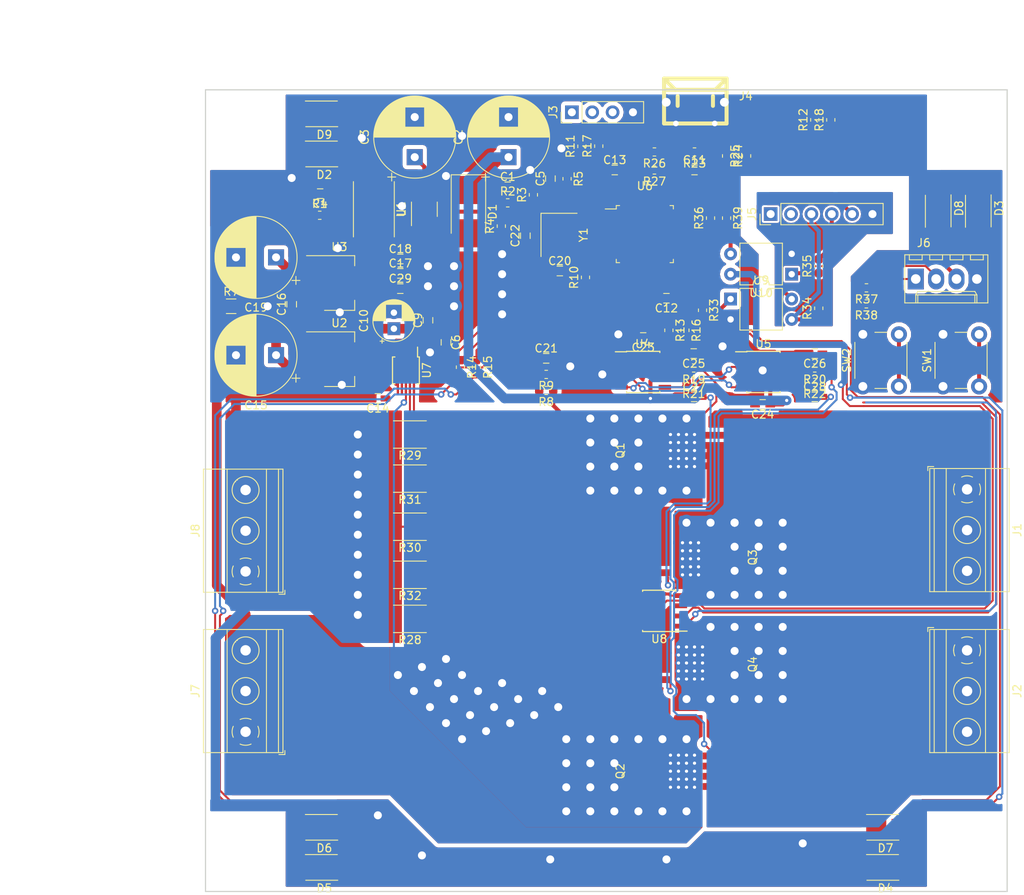
<source format=kicad_pcb>
(kicad_pcb (version 20171130) (host pcbnew "(5.0.1)")
  (layers (0 F.Cu signal) (31 B.Cu signal) (34 B.Paste user) (35 F.Paste user) (36 B.SilkS user) (37 F.SilkS user) (38 B.Mask user hide) (39 F.Mask user hide) (44 Edge.Cuts user))
  (net 0 "")
  (net 1 +VSW)
  (net 2 GND)
  (net 3 "Net-(C3-Pad1)")
  (net 4 /VBOOT_MON)
  (net 5 +5V)
  (net 6 +3V3)
  (net 7 "Net-(C15-Pad1)")
  (net 8 "Net-(C20-Pad2)")
  (net 9 /VIN_MON)
  (net 10 "Net-(C22-Pad1)")
  (net 11 "Net-(D1-Pad2)")
  (net 12 "Net-(D2-Pad2)")
  (net 13 "Net-(D3-Pad2)")
  (net 14 "Net-(D4-Pad2)")
  (net 15 "Net-(D5-Pad2)")
  (net 16 "Net-(D6-Pad2)")
  (net 17 "Net-(D7-Pad2)")
  (net 18 "Net-(D8-Pad2)")
  (net 19 "Net-(D9-Pad2)")
  (net 20 /UART_TX)
  (net 21 /UART_RX)
  (net 22 "Net-(J4-Pad4)")
  (net 23 "Net-(J4-Pad1)")
  (net 24 "Net-(J4-Pad2)")
  (net 25 "Net-(J4-Pad3)")
  (net 26 "Net-(J5-Pad1)")
  (net 27 "Net-(J5-Pad2)")
  (net 28 "Net-(J5-Pad3)")
  (net 29 "Net-(J5-Pad4)")
  (net 30 /ISO_5V)
  (net 31 /ISO_GND)
  (net 32 /SCL_LCD)
  (net 33 /SDA_LCD)
  (net 34 "Net-(R2-Pad1)")
  (net 35 "Net-(R10-Pad1)")
  (net 36 /LED0)
  (net 37 /LED1)
  (net 38 /LED2)
  (net 39 /LED3)
  (net 40 /LED4)
  (net 41 /LED5)
  (net 42 /LED6)
  (net 43 /LED7)
  (net 44 /USB_DP)
  (net 45 /USB_DM)
  (net 46 /SDA_INA)
  (net 47 /SCL_INA)
  (net 48 "Net-(R33-Pad2)")
  (net 49 "Net-(R35-Pad1)")
  (net 50 "Net-(R36-Pad1)")
  (net 51 /SW0)
  (net 52 /SW1)
  (net 53 /DRV_A)
  (net 54 /DRV_B)
  (net 55 "Net-(U6-Pad2)")
  (net 56 "Net-(U6-Pad3)")
  (net 57 "Net-(U6-Pad4)")
  (net 58 "Net-(U6-Pad12)")
  (net 59 "Net-(U6-Pad25)")
  (net 60 "Net-(U6-Pad34)")
  (net 61 "Net-(U6-Pad37)")
  (net 62 "Net-(U6-Pad38)")
  (net 63 "Net-(U6-Pad39)")
  (net 64 "Net-(U6-Pad40)")
  (net 65 "Net-(U6-Pad41)")
  (net 66 "Net-(U6-Pad45)")
  (net 67 "Net-(U6-Pad46)")
  (net 68 "Net-(U7-Pad3)")
  (net 69 "Net-(U8-Pad3)")
  (net 70 /DRV1F)
  (net 71 /DRV2F)
  (net 72 /DRV3F)
  (net 73 /DRV4F)
  (net 74 /OUT_A)
  (net 75 /OUT_B)
  (net 76 /VIN)
  (net 77 /GND_MEAS)
  (net 78 /DRV1)
  (net 79 /DRV2)
  (net 80 /DRV3)
  (net 81 /DRV4)
  (net 82 /CTRL_B)
  (net 83 /CTRL_A)
  (module "footprints:Toshiba SOP Advance" (layer F.Cu) (at 130 100 90)
    (fp_text reference Q1 (at 0 -8.255 90) (layer F.SilkS))
    (fp_text value TPHR6503PL)
    (pad 1 smd rect (at 0 -0.55 90) (size 4.7 3.75) (layers F.Cu F.Paste F.Mask) (net 76 /VIN))
    (pad 3 smd rect (at -1.905 3.5 90) (size 0.85 2.95) (layers F.Cu F.Paste F.Mask) (net 74 /OUT_A))
    (pad 3 smd rect (at -0.635 3.5 90) (size 0.85 2.95) (layers F.Cu F.Paste F.Mask) (net 74 /OUT_A))
    (pad 3 smd rect (at 0.635 3.5 90) (size 0.85 2.95) (layers F.Cu F.Paste F.Mask) (net 74 /OUT_A))
    (pad 2 smd rect (at 1.905 3.5 90) (size 0.85 2.95) (layers F.Cu F.Paste F.Mask) (net 70 /DRV1F))
    (pad 1 smd rect (at 1.905 -3.475 90) (size 0.85 3) (layers F.Cu F.Paste F.Mask) (net 76 /VIN))
    (pad 1 smd rect (at 0.635 -3.475 90) (size 0.85 3) (layers F.Cu F.Paste F.Mask) (net 76 /VIN))
    (pad 1 smd rect (at -0.635 -3.475 90) (size 0.85 3) (layers F.Cu F.Paste F.Mask) (net 76 /VIN))
    (pad 1 smd rect (at -1.905 -3.475 90) (size 0.85 3) (layers F.Cu F.Paste F.Mask) (net 76 /VIN))
  )
  (module "footprints:Toshiba SOP Advance" (layer F.Cu) (at 130 140 90)
    (fp_text reference Q2 (at 0 -8.255 90) (layer F.SilkS))
    (fp_text value TPHR6503PL)
    (pad 1 smd rect (at 0 -0.55 90) (size 4.7 3.75) (layers F.Cu F.Paste F.Mask) (net 76 /VIN))
    (pad 3 smd rect (at -1.905 3.5 90) (size 0.85 2.95) (layers F.Cu F.Paste F.Mask) (net 75 /OUT_B))
    (pad 3 smd rect (at -0.635 3.5 90) (size 0.85 2.95) (layers F.Cu F.Paste F.Mask) (net 75 /OUT_B))
    (pad 3 smd rect (at 0.635 3.5 90) (size 0.85 2.95) (layers F.Cu F.Paste F.Mask) (net 75 /OUT_B))
    (pad 2 smd rect (at 1.905 3.5 90) (size 0.85 2.95) (layers F.Cu F.Paste F.Mask) (net 71 /DRV2F))
    (pad 1 smd rect (at 1.905 -3.475 90) (size 0.85 3) (layers F.Cu F.Paste F.Mask) (net 76 /VIN))
    (pad 1 smd rect (at 0.635 -3.475 90) (size 0.85 3) (layers F.Cu F.Paste F.Mask) (net 76 /VIN))
    (pad 1 smd rect (at -0.635 -3.475 90) (size 0.85 3) (layers F.Cu F.Paste F.Mask) (net 76 /VIN))
    (pad 1 smd rect (at -1.905 -3.475 90) (size 0.85 3) (layers F.Cu F.Paste F.Mask) (net 76 /VIN))
  )
  (module "footprints:Toshiba SOP Advance" (layer F.Cu) (at 130 113.3333 270)
    (fp_text reference Q3 (at 0 -8.255 270) (layer F.SilkS))
    (fp_text value TPHR6503PL)
    (pad 1 smd rect (at 0 -0.55 270) (size 4.7 3.75) (layers F.Cu F.Paste F.Mask) (net 74 /OUT_A))
    (pad 3 smd rect (at -1.905 3.5 270) (size 0.85 2.95) (layers F.Cu F.Paste F.Mask) (net 77 /GND_MEAS))
    (pad 3 smd rect (at -0.635 3.5 270) (size 0.85 2.95) (layers F.Cu F.Paste F.Mask) (net 77 /GND_MEAS))
    (pad 3 smd rect (at 0.635 3.5 270) (size 0.85 2.95) (layers F.Cu F.Paste F.Mask) (net 77 /GND_MEAS))
    (pad 2 smd rect (at 1.905 3.5 270) (size 0.85 2.95) (layers F.Cu F.Paste F.Mask) (net 72 /DRV3F))
    (pad 1 smd rect (at 1.905 -3.475 270) (size 0.85 3) (layers F.Cu F.Paste F.Mask) (net 74 /OUT_A))
    (pad 1 smd rect (at 0.635 -3.475 270) (size 0.85 3) (layers F.Cu F.Paste F.Mask) (net 74 /OUT_A))
    (pad 1 smd rect (at -0.635 -3.475 270) (size 0.85 3) (layers F.Cu F.Paste F.Mask) (net 74 /OUT_A))
    (pad 1 smd rect (at -1.905 -3.475 270) (size 0.85 3) (layers F.Cu F.Paste F.Mask) (net 74 /OUT_A))
  )
  (module "footprints:Toshiba SOP Advance" (layer F.Cu) (at 130 126.6667 270)
    (fp_text reference Q4 (at 0 -8.255 270) (layer F.SilkS))
    (fp_text value TPHR6503PL)
    (pad 1 smd rect (at 0 -0.55 270) (size 4.7 3.75) (layers F.Cu F.Paste F.Mask) (net 75 /OUT_B))
    (pad 3 smd rect (at -1.905 3.5 270) (size 0.85 2.95) (layers F.Cu F.Paste F.Mask) (net 77 /GND_MEAS))
    (pad 3 smd rect (at -0.635 3.5 270) (size 0.85 2.95) (layers F.Cu F.Paste F.Mask) (net 77 /GND_MEAS))
    (pad 3 smd rect (at 0.635 3.5 270) (size 0.85 2.95) (layers F.Cu F.Paste F.Mask) (net 77 /GND_MEAS))
    (pad 2 smd rect (at 1.905 3.5 270) (size 0.85 2.95) (layers F.Cu F.Paste F.Mask) (net 73 /DRV4F))
    (pad 1 smd rect (at 1.905 -3.475 270) (size 0.85 3) (layers F.Cu F.Paste F.Mask) (net 75 /OUT_B))
    (pad 1 smd rect (at 0.635 -3.475 270) (size 0.85 3) (layers F.Cu F.Paste F.Mask) (net 75 /OUT_B))
    (pad 1 smd rect (at -0.635 -3.475 270) (size 0.85 3) (layers F.Cu F.Paste F.Mask) (net 75 /OUT_B))
    (pad 1 smd rect (at -1.905 -3.475 270) (size 0.85 3) (layers F.Cu F.Paste F.Mask) (net 75 /OUT_B))
  )
  (module Capacitors_SMD:C_0603_HandSoldering (layer F.Cu) (at 107.7 67.1)
    (fp_text reference C1 (at 0 -1.25) (layer F.SilkS))
    (fp_text value 10u)
    (pad 1 smd rect (at -0.95 0) (size 1.2 0.75) (layers F.Cu F.Paste F.Mask) (net 1 +VSW))
    (pad 2 smd rect (at 0.95 0) (size 1.2 0.75) (layers F.Cu F.Paste F.Mask) (net 2 GND))
  )
  (module Capacitors_SMD:C_0603_HandSoldering (layer F.Cu) (at 84.3 67.95 180)
    (fp_text reference C4 (at 0 -1.25 180) (layer F.SilkS))
    (fp_text value 10u)
    (pad 1 smd rect (at -0.95 0 180) (size 1.2 0.75) (layers F.Cu F.Paste F.Mask) (net 3 "Net-(C3-Pad1)"))
    (pad 2 smd rect (at 0.95 0 180) (size 1.2 0.75) (layers F.Cu F.Paste F.Mask) (net 2 GND))
  )
  (module Capacitors_SMD:C_0603_HandSoldering (layer F.Cu) (at 113.025001 66.074999 90)
    (fp_text reference C5 (at 0 -1.25 90) (layer F.SilkS))
    (fp_text value 100n)
    (pad 1 smd rect (at -0.95 0 90) (size 1.2 0.75) (layers F.Cu F.Paste F.Mask) (net 4 /VBOOT_MON))
    (pad 2 smd rect (at 0.95 0 90) (size 1.2 0.75) (layers F.Cu F.Paste F.Mask) (net 2 GND))
  )
  (module Capacitors_SMD:C_0603_HandSoldering (layer F.Cu) (at 97.75 83.75 90)
    (fp_text reference C9 (at 0 -1.25 90) (layer F.SilkS))
    (fp_text value 10u)
    (pad 1 smd rect (at -0.95 0 90) (size 1.2 0.75) (layers F.Cu F.Paste F.Mask) (net 5 +5V))
    (pad 2 smd rect (at 0.95 0 90) (size 1.2 0.75) (layers F.Cu F.Paste F.Mask) (net 2 GND))
  )
  (module Capacitor_THT:CP_Radial_D5.0mm_P2.00mm (layer F.Cu) (at 93.5 84.8 90)
    (fp_text reference C10 (at 1 -3.75 90) (layer F.SilkS))
    (fp_text value 22u)
    (pad 1 thru_hole rect (at 0 0 90) (size 1.6 1.6) (drill 0.8) (layers *.Cu *.Mask) (net 5 +5V))
    (pad 2 thru_hole circle (at 2 0 90) (size 1.6 1.6) (drill 0.8) (layers *.Cu *.Mask) (net 2 GND))
  )
  (module Capacitors_SMD:C_0603_HandSoldering (layer F.Cu) (at 131 65)
    (fp_text reference C11 (at 0 -1.25) (layer F.SilkS))
    (fp_text value 100n)
    (pad 2 smd rect (at 0.95 0) (size 1.2 0.75) (layers F.Cu F.Paste F.Mask) (net 2 GND))
    (pad 1 smd rect (at -0.95 0) (size 1.2 0.75) (layers F.Cu F.Paste F.Mask) (net 6 +3V3))
  )
  (module Capacitors_SMD:C_0603_HandSoldering (layer F.Cu) (at 127.5 81 180)
    (fp_text reference C12 (at 0 -1.25 180) (layer F.SilkS))
    (fp_text value 100n)
    (pad 1 smd rect (at -0.95 0 180) (size 1.2 0.75) (layers F.Cu F.Paste F.Mask) (net 6 +3V3))
    (pad 2 smd rect (at 0.95 0 180) (size 1.2 0.75) (layers F.Cu F.Paste F.Mask) (net 2 GND))
  )
  (module Capacitors_SMD:C_0603_HandSoldering (layer F.Cu) (at 121.05 65)
    (fp_text reference C13 (at 0 -1.25) (layer F.SilkS))
    (fp_text value 100n)
    (pad 2 smd rect (at 0.95 0) (size 1.2 0.75) (layers F.Cu F.Paste F.Mask) (net 2 GND))
    (pad 1 smd rect (at -0.95 0) (size 1.2 0.75) (layers F.Cu F.Paste F.Mask) (net 6 +3V3))
  )
  (module Capacitors_SMD:C_0603_HandSoldering (layer F.Cu) (at 91.5 93.5 180)
    (fp_text reference C14 (at 0 -1.25 180) (layer F.SilkS))
    (fp_text value 100n)
    (pad 1 smd rect (at -0.95 0 180) (size 1.2 0.75) (layers F.Cu F.Paste F.Mask) (net 6 +3V3))
    (pad 2 smd rect (at 0.95 0 180) (size 1.2 0.75) (layers F.Cu F.Paste F.Mask) (net 2 GND))
  )
  (module Capacitors_SMD:C_0603_HandSoldering (layer F.Cu) (at 80.75 81.75 90)
    (fp_text reference C16 (at 0 -1.25 90) (layer F.SilkS))
    (fp_text value 1u)
    (pad 1 smd rect (at -0.95 0 90) (size 1.2 0.75) (layers F.Cu F.Paste F.Mask) (net 7 "Net-(C15-Pad1)"))
    (pad 2 smd rect (at 0.95 0 90) (size 1.2 0.75) (layers F.Cu F.Paste F.Mask) (net 2 GND))
  )
  (module Capacitors_SMD:C_0603_HandSoldering (layer F.Cu) (at 94.3 77.9)
    (fp_text reference C17 (at 0 -1.25) (layer F.SilkS))
    (fp_text value 1u)
    (pad 2 smd rect (at 0.95 0) (size 1.2 0.75) (layers F.Cu F.Paste F.Mask) (net 2 GND))
    (pad 1 smd rect (at -0.95 0) (size 1.2 0.75) (layers F.Cu F.Paste F.Mask) (net 6 +3V3))
  )
  (module Capacitors_SMD:C_0603_HandSoldering (layer F.Cu) (at 94.3 76.1)
    (fp_text reference C18 (at 0 -1.25) (layer F.SilkS))
    (fp_text value 10u)
    (pad 2 smd rect (at 0.95 0) (size 1.2 0.75) (layers F.Cu F.Paste F.Mask) (net 2 GND))
    (pad 1 smd rect (at -0.95 0) (size 1.2 0.75) (layers F.Cu F.Paste F.Mask) (net 6 +3V3))
  )
  (module Capacitors_SMD:C_0603_HandSoldering (layer F.Cu) (at 114.2 77.6)
    (fp_text reference C20 (at 0 -1.25) (layer F.SilkS))
    (fp_text value 12p)
    (pad 2 smd rect (at 0.95 0) (size 1.2 0.75) (layers F.Cu F.Paste F.Mask) (net 8 "Net-(C20-Pad2)"))
    (pad 1 smd rect (at -0.95 0) (size 1.2 0.75) (layers F.Cu F.Paste F.Mask) (net 2 GND))
  )
  (module Capacitors_SMD:C_0603_HandSoldering (layer F.Cu) (at 112.5 88.5)
    (fp_text reference C21 (at 0 -1.25) (layer F.SilkS))
    (fp_text value 100n)
    (pad 2 smd rect (at 0.95 0) (size 1.2 0.75) (layers F.Cu F.Paste F.Mask) (net 2 GND))
    (pad 1 smd rect (at -0.95 0) (size 1.2 0.75) (layers F.Cu F.Paste F.Mask) (net 9 /VIN_MON))
  )
  (module Capacitors_SMD:C_0603_HandSoldering (layer F.Cu) (at 109.9 73.2 90)
    (fp_text reference C22 (at 0 -1.25 90) (layer F.SilkS))
    (fp_text value 12p)
    (pad 1 smd rect (at -0.95 0 90) (size 1.2 0.75) (layers F.Cu F.Paste F.Mask) (net 10 "Net-(C22-Pad1)"))
    (pad 2 smd rect (at 0.95 0 90) (size 1.2 0.75) (layers F.Cu F.Paste F.Mask) (net 2 GND))
  )
  (module Capacitors_SMD:C_0603_HandSoldering (layer F.Cu) (at 124.6 85.9 180)
    (fp_text reference C23 (at 0 -1.25 180) (layer F.SilkS))
    (fp_text value 100n)
    (pad 2 smd rect (at 0.95 0 180) (size 1.2 0.75) (layers F.Cu F.Paste F.Mask) (net 2 GND))
    (pad 1 smd rect (at -0.95 0 180) (size 1.2 0.75) (layers F.Cu F.Paste F.Mask) (net 1 +VSW))
  )
  (module Capacitors_SMD:C_0603_HandSoldering (layer F.Cu) (at 139.5 94.25 180)
    (fp_text reference C24 (at 0 -1.25 180) (layer F.SilkS))
    (fp_text value 100n)
    (pad 1 smd rect (at -0.95 0 180) (size 1.2 0.75) (layers F.Cu F.Paste F.Mask) (net 1 +VSW))
    (pad 2 smd rect (at 0.95 0 180) (size 1.2 0.75) (layers F.Cu F.Paste F.Mask) (net 2 GND))
  )
  (module Capacitors_SMD:C_0603_HandSoldering (layer F.Cu) (at 130.9 87.9 180)
    (fp_text reference C25 (at 0 -1.25 180) (layer F.SilkS))
    (fp_text value 0)
    (pad 2 smd rect (at 0.95 0 180) (size 1.2 0.75) (layers F.Cu F.Paste F.Mask) (net 2 GND))
    (pad 1 smd rect (at -0.95 0 180) (size 1.2 0.75) (layers F.Cu F.Paste F.Mask) (net 70 /DRV1F))
  )
  (module Capacitors_SMD:C_0603_HandSoldering (layer F.Cu) (at 146 87.9 180)
    (fp_text reference C26 (at 0 -1.25 180) (layer F.SilkS))
    (fp_text value 0)
    (pad 2 smd rect (at 0.95 0 180) (size 1.2 0.75) (layers F.Cu F.Paste F.Mask) (net 2 GND))
    (pad 1 smd rect (at -0.95 0 180) (size 1.2 0.75) (layers F.Cu F.Paste F.Mask) (net 71 /DRV2F))
  )
  (module Capacitors_SMD:C_0603_HandSoldering (layer F.Cu) (at 130.95 93.3)
    (fp_text reference C27 (at 0 -1.25) (layer F.SilkS))
    (fp_text value 0)
    (pad 1 smd rect (at -0.95 0) (size 1.2 0.75) (layers F.Cu F.Paste F.Mask) (net 2 GND))
    (pad 2 smd rect (at 0.95 0) (size 1.2 0.75) (layers F.Cu F.Paste F.Mask) (net 72 /DRV3F))
  )
  (module Capacitors_SMD:C_0603_HandSoldering (layer F.Cu) (at 146 93.3)
    (fp_text reference C28 (at 0 -1.25) (layer F.SilkS))
    (fp_text value 0)
    (pad 2 smd rect (at 0.95 0) (size 1.2 0.75) (layers F.Cu F.Paste F.Mask) (net 73 /DRV4F))
    (pad 1 smd rect (at -0.95 0) (size 1.2 0.75) (layers F.Cu F.Paste F.Mask) (net 2 GND))
  )
  (module Capacitors_SMD:C_0603_HandSoldering (layer F.Cu) (at 94.3 79.8)
    (fp_text reference C29 (at 0 -1.25) (layer F.SilkS))
    (fp_text value 100n)
    (pad 2 smd rect (at 0.95 0) (size 1.2 0.75) (layers F.Cu F.Paste F.Mask) (net 2 GND))
    (pad 1 smd rect (at -0.95 0) (size 1.2 0.75) (layers F.Cu F.Paste F.Mask) (net 6 +3V3))
  )
  (module Diode_SMD:D_SMB_Handsoldering (layer F.Cu) (at 102.8 70.2 270)
    (fp_text reference D1 (at 0 -3 270) (layer F.SilkS))
    (fp_text value "2A schottky")
    (pad 1 smd rect (at -2.7 0 270) (size 3.5 2.3) (layers F.Cu F.Paste F.Mask) (net 1 +VSW))
    (pad 2 smd rect (at 2.7 0 270) (size 3.5 2.3) (layers F.Cu F.Paste F.Mask) (net 11 "Net-(D1-Pad2)"))
  )
  (module LED_SMD:LED_PLCC_2835_Handsoldering (layer F.Cu) (at 85 63)
    (fp_text reference D2 (at -0.18 2.6) (layer F.SilkS))
    (fp_text value cyan)
    (pad 2 smd rect (at 1.33 0 180) (size 1.5 2.1) (layers F.Cu F.Paste F.Mask) (net 12 "Net-(D2-Pad2)"))
    (pad 1 smd rect (at -1.33 0 180) (size 2.5 2.1) (layers F.Cu F.Paste F.Mask) (net 2 GND))
  )
  (module LED_SMD:LED_PLCC_2835_Handsoldering (layer F.Cu) (at 166.4 69.6 90)
    (fp_text reference D3 (at -0.18 2.6 90) (layer F.SilkS))
    (fp_text value cyan)
    (pad 1 smd rect (at -1.33 0 270) (size 2.5 2.1) (layers F.Cu F.Paste F.Mask) (net 2 GND))
    (pad 2 smd rect (at 1.33 0 270) (size 1.5 2.1) (layers F.Cu F.Paste F.Mask) (net 13 "Net-(D3-Pad2)"))
  )
  (module LED_SMD:LED_PLCC_2835_Handsoldering (layer F.Cu) (at 155 152)
    (fp_text reference D4 (at -0.18 2.6) (layer F.SilkS))
    (fp_text value cyan)
    (pad 1 smd rect (at -1.33 0 180) (size 2.5 2.1) (layers F.Cu F.Paste F.Mask) (net 2 GND))
    (pad 2 smd rect (at 1.33 0 180) (size 1.5 2.1) (layers F.Cu F.Paste F.Mask) (net 14 "Net-(D4-Pad2)"))
  )
  (module LED_SMD:LED_PLCC_2835_Handsoldering (layer F.Cu) (at 85 152)
    (fp_text reference D5 (at -0.18 2.6) (layer F.SilkS))
    (fp_text value cyan)
    (pad 2 smd rect (at 1.33 0 180) (size 1.5 2.1) (layers F.Cu F.Paste F.Mask) (net 15 "Net-(D5-Pad2)"))
    (pad 1 smd rect (at -1.33 0 180) (size 2.5 2.1) (layers F.Cu F.Paste F.Mask) (net 2 GND))
  )
  (module LED_SMD:LED_PLCC_2835_Handsoldering (layer F.Cu) (at 85 147)
    (fp_text reference D6 (at -0.18 2.6) (layer F.SilkS))
    (fp_text value pink)
    (pad 2 smd rect (at 1.33 0 180) (size 1.5 2.1) (layers F.Cu F.Paste F.Mask) (net 16 "Net-(D6-Pad2)"))
    (pad 1 smd rect (at -1.33 0 180) (size 2.5 2.1) (layers F.Cu F.Paste F.Mask) (net 2 GND))
  )
  (module LED_SMD:LED_PLCC_2835_Handsoldering (layer F.Cu) (at 155 147)
    (fp_text reference D7 (at -0.18 2.6) (layer F.SilkS))
    (fp_text value pink)
    (pad 1 smd rect (at -1.33 0 180) (size 2.5 2.1) (layers F.Cu F.Paste F.Mask) (net 2 GND))
    (pad 2 smd rect (at 1.33 0 180) (size 1.5 2.1) (layers F.Cu F.Paste F.Mask) (net 17 "Net-(D7-Pad2)"))
  )
  (module LED_SMD:LED_PLCC_2835_Handsoldering (layer F.Cu) (at 161.4 69.6 90)
    (fp_text reference D8 (at -0.18 2.6 90) (layer F.SilkS))
    (fp_text value pink)
    (pad 2 smd rect (at 1.33 0 270) (size 1.5 2.1) (layers F.Cu F.Paste F.Mask) (net 18 "Net-(D8-Pad2)"))
    (pad 1 smd rect (at -1.33 0 270) (size 2.5 2.1) (layers F.Cu F.Paste F.Mask) (net 2 GND))
  )
  (module LED_SMD:LED_PLCC_2835_Handsoldering (layer F.Cu) (at 85 58)
    (fp_text reference D9 (at -0.18 2.6) (layer F.SilkS))
    (fp_text value pink)
    (pad 1 smd rect (at -1.33 0 180) (size 2.5 2.1) (layers F.Cu F.Paste F.Mask) (net 2 GND))
    (pad 2 smd rect (at 1.33 0 180) (size 1.5 2.1) (layers F.Cu F.Paste F.Mask) (net 19 "Net-(D9-Pad2)"))
  )
  (module TerminalBlock_Phoenix:TerminalBlock_Phoenix_MKDS-1,5-3-5.08_1x03_P5.08mm_Horizontal (layer F.Cu) (at 165 104.84 270)
    (fp_text reference J1 (at 5.08 -6.26 270) (layer F.SilkS))
    (fp_text value OUT_A)
    (pad 1 thru_hole rect (at 0 0 270) (size 2.6 2.6) (drill 1.3) (layers *.Cu *.Mask) (net 74 /OUT_A))
    (pad 2 thru_hole circle (at 5.08 0 270) (size 2.6 2.6) (drill 1.3) (layers *.Cu *.Mask) (net 74 /OUT_A))
    (pad 3 thru_hole circle (at 10.16 0 270) (size 2.6 2.6) (drill 1.3) (layers *.Cu *.Mask) (net 74 /OUT_A))
  )
  (module TerminalBlock_Phoenix:TerminalBlock_Phoenix_MKDS-1,5-3-5.08_1x03_P5.08mm_Horizontal (layer F.Cu) (at 165 124.92 270)
    (fp_text reference J2 (at 5.08 -6.26 270) (layer F.SilkS))
    (fp_text value OUT_B)
    (pad 3 thru_hole circle (at 10.16 0 270) (size 2.6 2.6) (drill 1.3) (layers *.Cu *.Mask) (net 75 /OUT_B))
    (pad 2 thru_hole circle (at 5.08 0 270) (size 2.6 2.6) (drill 1.3) (layers *.Cu *.Mask) (net 75 /OUT_B))
    (pad 1 thru_hole rect (at 0 0 270) (size 2.6 2.6) (drill 1.3) (layers *.Cu *.Mask) (net 75 /OUT_B))
  )
  (module footprints:microusb_ali_dovetail (layer F.Cu) (at 131.1 59.2)
    (fp_text reference J4 (at 6.3 -3.4) (layer F.SilkS))
    (fp_text value USB_B_Micro hide)
    (pad 5 smd rect (at -1.3 0) (size 0.4 1.35) (layers F.Cu F.Paste F.Mask) (net 2 GND))
    (pad 4 smd rect (at -0.65 0) (size 0.4 1.35) (layers F.Cu F.Paste F.Mask) (net 22 "Net-(J4-Pad4)"))
    (pad 1 smd rect (at 1.3 0) (size 0.4 1.35) (layers F.Cu F.Paste F.Mask) (net 23 "Net-(J4-Pad1)"))
    (pad 2 smd rect (at 0.65 0) (size 0.4 1.35) (layers F.Cu F.Paste F.Mask) (net 24 "Net-(J4-Pad2)"))
    (pad 3 smd rect (at 0 0) (size 0.4 1.35) (layers F.Cu F.Paste F.Mask) (net 25 "Net-(J4-Pad3)"))
    (pad 6 thru_hole oval (at 3.625 -2.65) (size 1.5 2) (drill 1.1) (layers *.Cu *.Mask) (net 2 GND))
    (pad 6 thru_hole oval (at 2.425 0) (size 1 1.5) (drill 0.7) (layers *.Cu *.Mask) (net 2 GND))
    (pad 6 thru_hole oval (at -2.425 0) (size 1 1.5) (drill 0.7) (layers *.Cu *.Mask) (net 2 GND))
    (pad 6 thru_hole oval (at -3.625 -2.65) (size 1.5 2) (drill 1.1) (layers *.Cu *.Mask) (net 2 GND))
  )
  (module Connectors_Molex:Molex_KK-6410-04_04x2.54mm_Straight (layer F.Cu) (at 158.6 78.6)
    (fp_text reference J6 (at 1 -4.5) (layer F.SilkS))
    (fp_text value "1602 I2C LCD")
    (pad 1 thru_hole rect (at 0 0) (size 2 2.6) (drill 1.2) (layers *.Cu *.Mask) (net 32 /SCL_LCD))
    (pad 2 thru_hole oval (at 2.54 0) (size 2 2.6) (drill 1.2) (layers *.Cu *.Mask) (net 33 /SDA_LCD))
    (pad 3 thru_hole oval (at 5.08 0) (size 2 2.6) (drill 1.2) (layers *.Cu *.Mask) (net 5 +5V))
    (pad 4 thru_hole oval (at 7.62 0) (size 2 2.6) (drill 1.2) (layers *.Cu *.Mask) (net 2 GND))
  )
  (module TerminalBlock_Phoenix:TerminalBlock_Phoenix_MKDS-1,5-3-5.08_1x03_P5.08mm_Horizontal (layer F.Cu) (at 75 135.08 90)
    (fp_text reference J7 (at 5.08 -6.26 90) (layer F.SilkS))
    (fp_text value IN_VCC)
    (pad 3 thru_hole circle (at 10.16 0 90) (size 2.6 2.6) (drill 1.3) (layers *.Cu *.Mask) (net 76 /VIN))
    (pad 2 thru_hole circle (at 5.08 0 90) (size 2.6 2.6) (drill 1.3) (layers *.Cu *.Mask) (net 76 /VIN))
    (pad 1 thru_hole rect (at 0 0 90) (size 2.6 2.6) (drill 1.3) (layers *.Cu *.Mask) (net 76 /VIN))
  )
  (module TerminalBlock_Phoenix:TerminalBlock_Phoenix_MKDS-1,5-3-5.08_1x03_P5.08mm_Horizontal (layer F.Cu) (at 75 115.08 90)
    (fp_text reference J8 (at 5.08 -6.26 90) (layer F.SilkS))
    (fp_text value IN_GND)
    (pad 1 thru_hole rect (at 0 0 90) (size 2.6 2.6) (drill 1.3) (layers *.Cu *.Mask) (net 2 GND))
    (pad 2 thru_hole circle (at 5.08 0 90) (size 2.6 2.6) (drill 1.3) (layers *.Cu *.Mask) (net 2 GND))
    (pad 3 thru_hole circle (at 10.16 0 90) (size 2.6 2.6) (drill 1.3) (layers *.Cu *.Mask) (net 2 GND))
  )
  (module Inductor_SMD:L_Taiyo-Yuden_NR-50xx_HandSoldering (layer F.Cu) (at 91 69.9 270)
    (fp_text reference L1 (at 0 -3.45 270) (layer F.SilkS))
    (fp_text value 10u)
    (pad 1 smd rect (at -2.25 0 270) (size 2.4 4.2) (layers F.Cu F.Paste F.Mask) (net 3 "Net-(C3-Pad1)"))
    (pad 2 smd rect (at 2.25 0 270) (size 2.4 4.2) (layers F.Cu F.Paste F.Mask) (net 11 "Net-(D1-Pad2)"))
  )
  (module Resistor_SMD:R_0603_1608Metric_Pad1.05x0.95mm_HandSolder (layer F.Cu) (at 84.25 70.65)
    (fp_text reference R1 (at 0 -1.43) (layer F.SilkS))
    (fp_text value "10R .5W")
    (pad 2 smd roundrect (at 0.875 0) (size 1.05 0.95) (layers F.Cu F.Paste F.Mask) (net 3 "Net-(C3-Pad1)"))
    (pad 1 smd roundrect (at -0.875 0) (size 1.05 0.95) (layers F.Cu F.Paste F.Mask) (net 76 /VIN))
  )
  (module Resistor_SMD:R_0603_1608Metric_Pad1.05x0.95mm_HandSolder (layer F.Cu) (at 107.7 69.1)
    (fp_text reference R2 (at 0 -1.43) (layer F.SilkS))
    (fp_text value 100k)
    (pad 2 smd roundrect (at 0.875 0) (size 1.05 0.95) (layers F.Cu F.Paste F.Mask) (net 1 +VSW))
    (pad 1 smd roundrect (at -0.875 0) (size 1.05 0.95) (layers F.Cu F.Paste F.Mask) (net 34 "Net-(R2-Pad1)"))
  )
  (module Resistor_SMD:R_0603_1608Metric_Pad1.05x0.95mm_HandSolder (layer F.Cu) (at 110.9 68.1 90)
    (fp_text reference R3 (at 0 -1.43 90) (layer F.SilkS))
    (fp_text value 47k)
    (pad 1 smd roundrect (at -0.875 0 90) (size 1.05 0.95) (layers F.Cu F.Paste F.Mask) (net 1 +VSW))
    (pad 2 smd roundrect (at 0.875 0 90) (size 1.05 0.95) (layers F.Cu F.Paste F.Mask) (net 4 /VBOOT_MON))
  )
  (module Resistor_SMD:R_0603_1608Metric_Pad1.05x0.95mm_HandSolder (layer F.Cu) (at 106.9 72 90)
    (fp_text reference R4 (at 0 -1.43 90) (layer F.SilkS))
    (fp_text value 3k3)
    (pad 2 smd roundrect (at 0.875 0 90) (size 1.05 0.95) (layers F.Cu F.Paste F.Mask) (net 34 "Net-(R2-Pad1)"))
    (pad 1 smd roundrect (at -0.875 0 90) (size 1.05 0.95) (layers F.Cu F.Paste F.Mask) (net 2 GND))
  )
  (module Resistor_SMD:R_0603_1608Metric_Pad1.05x0.95mm_HandSolder (layer F.Cu) (at 115.1 66.1 270)
    (fp_text reference R5 (at 0 -1.43 270) (layer F.SilkS))
    (fp_text value 10k)
    (pad 1 smd roundrect (at -0.875 0 270) (size 1.05 0.95) (layers F.Cu F.Paste F.Mask) (net 2 GND))
    (pad 2 smd roundrect (at 0.875 0 270) (size 1.05 0.95) (layers F.Cu F.Paste F.Mask) (net 4 /VBOOT_MON))
  )
  (module Resistor_SMD:R_1206_3216Metric_Pad1.42x1.75mm_HandSolder (layer F.Cu) (at 73.2 82)
    (fp_text reference R7 (at 0 -1.82) (layer F.SilkS))
    (fp_text value "10R .5W")
    (pad 1 smd roundrect (at -1.4875 0) (size 1.425 1.75) (layers F.Cu F.Paste F.Mask) (roundrect_rratio 0.175439) (net 76 /VIN))
    (pad 2 smd roundrect (at 1.4875 0) (size 1.425 1.75) (layers F.Cu F.Paste F.Mask) (roundrect_rratio 0.175439) (net 7 "Net-(C15-Pad1)"))
  )
  (module Resistor_SMD:R_0603_1608Metric_Pad1.05x0.95mm_HandSolder (layer F.Cu) (at 112.5 92.5 180)
    (fp_text reference R8 (at 0 -1.43 180) (layer F.SilkS))
    (fp_text value 47k)
    (pad 2 smd roundrect (at 0.875 0 180) (size 1.05 0.95) (layers F.Cu F.Paste F.Mask) (net 9 /VIN_MON))
    (pad 1 smd roundrect (at -0.875 0 180) (size 1.05 0.95) (layers F.Cu F.Paste F.Mask) (net 76 /VIN))
  )
  (module Resistor_SMD:R_0603_1608Metric_Pad1.05x0.95mm_HandSolder (layer F.Cu) (at 112.5 90.5 180)
    (fp_text reference R9 (at 0 -1.43 180) (layer F.SilkS))
    (fp_text value 10k)
    (pad 1 smd roundrect (at -0.875 0 180) (size 1.05 0.95) (layers F.Cu F.Paste F.Mask) (net 2 GND))
    (pad 2 smd roundrect (at 0.875 0 180) (size 1.05 0.95) (layers F.Cu F.Paste F.Mask) (net 9 /VIN_MON))
  )
  (module Resistor_SMD:R_0603_1608Metric_Pad1.05x0.95mm_HandSolder (layer F.Cu) (at 117.4 78.4 90)
    (fp_text reference R10 (at 0 -1.43 90) (layer F.SilkS))
    (fp_text value 10k)
    (pad 2 smd roundrect (at 0.875 0 90) (size 1.05 0.95) (layers F.Cu F.Paste F.Mask) (net 6 +3V3))
    (pad 1 smd roundrect (at -0.875 0 90) (size 1.05 0.95) (layers F.Cu F.Paste F.Mask) (net 35 "Net-(R10-Pad1)"))
  )
  (module Resistor_SMD:R_0603_1608Metric_Pad1.05x0.95mm_HandSolder (layer F.Cu) (at 116.95 62.05 90)
    (fp_text reference R11 (at 0 -1.43 90) (layer F.SilkS))
    (fp_text value 150)
    (pad 1 smd roundrect (at -0.875 0 90) (size 1.05 0.95) (layers F.Cu F.Paste F.Mask) (net 36 /LED0))
    (pad 2 smd roundrect (at 0.875 0 90) (size 1.05 0.95) (layers F.Cu F.Paste F.Mask) (net 12 "Net-(D2-Pad2)"))
  )
  (module Resistor_SMD:R_0603_1608Metric_Pad1.05x0.95mm_HandSolder (layer F.Cu) (at 146 58.75 90)
    (fp_text reference R12 (at 0 -1.43 90) (layer F.SilkS))
    (fp_text value 150)
    (pad 2 smd roundrect (at 0.875 0 90) (size 1.05 0.95) (layers F.Cu F.Paste F.Mask) (net 13 "Net-(D3-Pad2)"))
    (pad 1 smd roundrect (at -0.875 0 90) (size 1.05 0.95) (layers F.Cu F.Paste F.Mask) (net 37 /LED1))
  )
  (module Resistor_SMD:R_0603_1608Metric_Pad1.05x0.95mm_HandSolder (layer F.Cu) (at 127.8 85 270)
    (fp_text reference R13 (at 0 -1.43 270) (layer F.SilkS))
    (fp_text value 150)
    (pad 1 smd roundrect (at -0.875 0 270) (size 1.05 0.95) (layers F.Cu F.Paste F.Mask) (net 38 /LED2))
    (pad 2 smd roundrect (at 0.875 0 270) (size 1.05 0.95) (layers F.Cu F.Paste F.Mask) (net 17 "Net-(D7-Pad2)"))
  )
  (module Resistor_SMD:R_0603_1608Metric_Pad1.05x0.95mm_HandSolder (layer F.Cu) (at 101.8 89.6 270)
    (fp_text reference R14 (at 0 -1.43 270) (layer F.SilkS))
    (fp_text value 150)
    (pad 2 smd roundrect (at 0.875 0 270) (size 1.05 0.95) (layers F.Cu F.Paste F.Mask) (net 15 "Net-(D5-Pad2)"))
    (pad 1 smd roundrect (at -0.875 0 270) (size 1.05 0.95) (layers F.Cu F.Paste F.Mask) (net 39 /LED3))
  )
  (module Resistor_SMD:R_0603_1608Metric_Pad1.05x0.95mm_HandSolder (layer F.Cu) (at 103.8 89.6 270)
    (fp_text reference R15 (at 0 -1.43 270) (layer F.SilkS))
    (fp_text value 150)
    (pad 1 smd roundrect (at -0.875 0 270) (size 1.05 0.95) (layers F.Cu F.Paste F.Mask) (net 40 /LED4))
    (pad 2 smd roundrect (at 0.875 0 270) (size 1.05 0.95) (layers F.Cu F.Paste F.Mask) (net 16 "Net-(D6-Pad2)"))
  )
  (module Resistor_SMD:R_0603_1608Metric_Pad1.05x0.95mm_HandSolder (layer F.Cu) (at 129.8 85 270)
    (fp_text reference R16 (at 0 -1.43 270) (layer F.SilkS))
    (fp_text value 150)
    (pad 2 smd roundrect (at 0.875 0 270) (size 1.05 0.95) (layers F.Cu F.Paste F.Mask) (net 14 "Net-(D4-Pad2)"))
    (pad 1 smd roundrect (at -0.875 0 270) (size 1.05 0.95) (layers F.Cu F.Paste F.Mask) (net 41 /LED5))
  )
  (module Resistor_SMD:R_0603_1608Metric_Pad1.05x0.95mm_HandSolder (layer F.Cu) (at 119.055001 62.024999 90)
    (fp_text reference R17 (at 0 -1.43 90) (layer F.SilkS))
    (fp_text value 150)
    (pad 1 smd roundrect (at -0.875 0 90) (size 1.05 0.95) (layers F.Cu F.Paste F.Mask) (net 42 /LED6))
    (pad 2 smd roundrect (at 0.875 0 90) (size 1.05 0.95) (layers F.Cu F.Paste F.Mask) (net 19 "Net-(D9-Pad2)"))
  )
  (module Resistor_SMD:R_0603_1608Metric_Pad1.05x0.95mm_HandSolder (layer F.Cu) (at 148 58.75 90)
    (fp_text reference R18 (at 0 -1.43 90) (layer F.SilkS))
    (fp_text value 150)
    (pad 2 smd roundrect (at 0.875 0 90) (size 1.05 0.95) (layers F.Cu F.Paste F.Mask) (net 18 "Net-(D8-Pad2)"))
    (pad 1 smd roundrect (at -0.875 0 90) (size 1.05 0.95) (layers F.Cu F.Paste F.Mask) (net 43 /LED7))
  )
  (module Resistor_SMD:R_0603_1608Metric_Pad1.05x0.95mm_HandSolder (layer F.Cu) (at 130.9 89.7 180)
    (fp_text reference R19 (at 0 -1.43 180) (layer F.SilkS))
    (fp_text value 0R)
    (pad 1 smd roundrect (at -0.875 0 180) (size 1.05 0.95) (layers F.Cu F.Paste F.Mask) (net 70 /DRV1F))
    (pad 2 smd roundrect (at 0.875 0 180) (size 1.05 0.95) (layers F.Cu F.Paste F.Mask) (net 78 /DRV1))
  )
  (module Resistor_SMD:R_0603_1608Metric_Pad1.05x0.95mm_HandSolder (layer F.Cu) (at 146 89.7 180)
    (fp_text reference R20 (at 0 -1.43 180) (layer F.SilkS))
    (fp_text value 0R)
    (pad 2 smd roundrect (at 0.875 0 180) (size 1.05 0.95) (layers F.Cu F.Paste F.Mask) (net 79 /DRV2))
    (pad 1 smd roundrect (at -0.875 0 180) (size 1.05 0.95) (layers F.Cu F.Paste F.Mask) (net 71 /DRV2F))
  )
  (module Resistor_SMD:R_0603_1608Metric_Pad1.05x0.95mm_HandSolder (layer F.Cu) (at 130.9 91.5 180)
    (fp_text reference R21 (at 0 -1.43 180) (layer F.SilkS))
    (fp_text value 0R)
    (pad 1 smd roundrect (at -0.875 0 180) (size 1.05 0.95) (layers F.Cu F.Paste F.Mask) (net 72 /DRV3F))
    (pad 2 smd roundrect (at 0.875 0 180) (size 1.05 0.95) (layers F.Cu F.Paste F.Mask) (net 80 /DRV3))
  )
  (module Resistor_SMD:R_0603_1608Metric_Pad1.05x0.95mm_HandSolder (layer F.Cu) (at 146 91.5 180)
    (fp_text reference R22 (at 0 -1.43 180) (layer F.SilkS))
    (fp_text value 0R)
    (pad 2 smd roundrect (at 0.875 0 180) (size 1.05 0.95) (layers F.Cu F.Paste F.Mask) (net 81 /DRV4))
    (pad 1 smd roundrect (at -0.875 0 180) (size 1.05 0.95) (layers F.Cu F.Paste F.Mask) (net 73 /DRV4F))
  )
  (module Resistor_SMD:R_0603_1608Metric_Pad1.05x0.95mm_HandSolder (layer F.Cu) (at 131 62.75 180)
    (fp_text reference R23 (at 0 -1.43 180) (layer F.SilkS))
    (fp_text value 1k5)
    (pad 1 smd roundrect (at -0.875 0 180) (size 1.05 0.95) (layers F.Cu F.Paste F.Mask) (net 25 "Net-(J4-Pad3)"))
    (pad 2 smd roundrect (at 0.875 0 180) (size 1.05 0.95) (layers F.Cu F.Paste F.Mask) (net 6 +3V3))
  )
  (module Resistor_SMD:R_0603_1608Metric_Pad1.05x0.95mm_HandSolder (layer F.Cu) (at 135 63.25 270)
    (fp_text reference R24 (at 0 -1.43 270) (layer F.SilkS))
    (fp_text value 22)
    (pad 2 smd roundrect (at 0.875 0 270) (size 1.05 0.95) (layers F.Cu F.Paste F.Mask) (net 44 /USB_DP))
    (pad 1 smd roundrect (at -0.875 0 270) (size 1.05 0.95) (layers F.Cu F.Paste F.Mask) (net 25 "Net-(J4-Pad3)"))
  )
  (module Resistor_SMD:R_0603_1608Metric_Pad1.05x0.95mm_HandSolder (layer F.Cu) (at 137.5 63.25 90)
    (fp_text reference R25 (at 0 -1.43 90) (layer F.SilkS))
    (fp_text value 22)
    (pad 1 smd roundrect (at -0.875 0 90) (size 1.05 0.95) (layers F.Cu F.Paste F.Mask) (net 45 /USB_DM))
    (pad 2 smd roundrect (at 0.875 0 90) (size 1.05 0.95) (layers F.Cu F.Paste F.Mask) (net 24 "Net-(J4-Pad2)"))
  )
  (module Resistor_SMD:R_0603_1608Metric_Pad1.05x0.95mm_HandSolder (layer F.Cu) (at 126 62.75 180)
    (fp_text reference R26 (at 0 -1.43 180) (layer F.SilkS))
    (fp_text value 1k5)
    (pad 1 smd roundrect (at -0.875 0 180) (size 1.05 0.95) (layers F.Cu F.Paste F.Mask) (net 6 +3V3))
    (pad 2 smd roundrect (at 0.875 0 180) (size 1.05 0.95) (layers F.Cu F.Paste F.Mask) (net 46 /SDA_INA))
  )
  (module Resistor_SMD:R_0603_1608Metric_Pad1.05x0.95mm_HandSolder (layer F.Cu) (at 126 65 180)
    (fp_text reference R27 (at 0 -1.43 180) (layer F.SilkS))
    (fp_text value 1k5)
    (pad 2 smd roundrect (at 0.875 0 180) (size 1.05 0.95) (layers F.Cu F.Paste F.Mask) (net 47 /SCL_INA))
    (pad 1 smd roundrect (at -0.875 0 180) (size 1.05 0.95) (layers F.Cu F.Paste F.Mask) (net 6 +3V3))
  )
  (module Resistor_SMD:R_2512_6332Metric_Pad1.52x3.35mm_HandSolder (layer F.Cu) (at 95.5 121 180)
    (fp_text reference R28 (at 0 -2.62 180) (layer F.SilkS))
    (fp_text value "5mR 1W 2512")
    (pad 2 smd roundrect (at 2.9875 0 180) (size 1.525 3.35) (layers F.Cu F.Paste F.Mask) (roundrect_rratio 0.163934) (net 2 GND))
    (pad 1 smd roundrect (at -2.9875 0 180) (size 1.525 3.35) (layers F.Cu F.Paste F.Mask) (roundrect_rratio 0.163934) (net 77 /GND_MEAS))
  )
  (module Resistor_SMD:R_2512_6332Metric_Pad1.52x3.35mm_HandSolder (layer F.Cu) (at 95.5 98 180)
    (fp_text reference R29 (at 0 -2.62 180) (layer F.SilkS))
    (fp_text value "5mR 1W")
    (pad 1 smd roundrect (at -2.9875 0 180) (size 1.525 3.35) (layers F.Cu F.Paste F.Mask) (roundrect_rratio 0.163934) (net 77 /GND_MEAS))
    (pad 2 smd roundrect (at 2.9875 0 180) (size 1.525 3.35) (layers F.Cu F.Paste F.Mask) (roundrect_rratio 0.163934) (net 2 GND))
  )
  (module Resistor_SMD:R_2512_6332Metric_Pad1.52x3.35mm_HandSolder (layer F.Cu) (at 95.5 109.5 180)
    (fp_text reference R30 (at 0 -2.62 180) (layer F.SilkS))
    (fp_text value "5mR 1W")
    (pad 1 smd roundrect (at -2.9875 0 180) (size 1.525 3.35) (layers F.Cu F.Paste F.Mask) (roundrect_rratio 0.163934) (net 77 /GND_MEAS))
    (pad 2 smd roundrect (at 2.9875 0 180) (size 1.525 3.35) (layers F.Cu F.Paste F.Mask) (roundrect_rratio 0.163934) (net 2 GND))
  )
  (module Resistor_SMD:R_2512_6332Metric_Pad1.52x3.35mm_HandSolder (layer F.Cu) (at 95.5 103.5 180)
    (fp_text reference R31 (at 0 -2.62 180) (layer F.SilkS))
    (fp_text value "5mR 1W")
    (pad 2 smd roundrect (at 2.9875 0 180) (size 1.525 3.35) (layers F.Cu F.Paste F.Mask) (roundrect_rratio 0.163934) (net 2 GND))
    (pad 1 smd roundrect (at -2.9875 0 180) (size 1.525 3.35) (layers F.Cu F.Paste F.Mask) (roundrect_rratio 0.163934) (net 77 /GND_MEAS))
  )
  (module Resistor_SMD:R_2512_6332Metric_Pad1.52x3.35mm_HandSolder (layer F.Cu) (at 95.5 115.5 180)
    (fp_text reference R32 (at 0 -2.62 180) (layer F.SilkS))
    (fp_text value "5mR 1W")
    (pad 1 smd roundrect (at -2.9875 0 180) (size 1.525 3.35) (layers F.Cu F.Paste F.Mask) (roundrect_rratio 0.163934) (net 77 /GND_MEAS))
    (pad 2 smd roundrect (at 2.9875 0 180) (size 1.525 3.35) (layers F.Cu F.Paste F.Mask) (roundrect_rratio 0.163934) (net 2 GND))
  )
  (module Resistor_SMD:R_0603_1608Metric_Pad1.05x0.95mm_HandSolder (layer F.Cu) (at 132 82.5 270)
    (fp_text reference R33 (at 0 -1.43 270) (layer F.SilkS))
    (fp_text value 390)
    (pad 1 smd roundrect (at -0.875 0 270) (size 1.05 0.95) (layers F.Cu F.Paste F.Mask) (net 20 /UART_TX))
    (pad 2 smd roundrect (at 0.875 0 270) (size 1.05 0.95) (layers F.Cu F.Paste F.Mask) (net 48 "Net-(R33-Pad2)"))
  )
  (module Resistor_SMD:R_0603_1608Metric_Pad1.05x0.95mm_HandSolder (layer F.Cu) (at 146.5 82.25 90)
    (fp_text reference R34 (at 0 -1.43 90) (layer F.SilkS))
    (fp_text value 720)
    (pad 1 smd roundrect (at -0.875 0 90) (size 1.05 0.95) (layers F.Cu F.Paste F.Mask) (net 28 "Net-(J5-Pad3)"))
    (pad 2 smd roundrect (at 0.875 0 90) (size 1.05 0.95) (layers F.Cu F.Paste F.Mask) (net 31 /ISO_GND))
  )
  (module Resistor_SMD:R_0603_1608Metric_Pad1.05x0.95mm_HandSolder (layer F.Cu) (at 146.5 77 90)
    (fp_text reference R35 (at 0 -1.43 90) (layer F.SilkS))
    (fp_text value 390)
    (pad 2 smd roundrect (at 0.875 0 90) (size 1.05 0.95) (layers F.Cu F.Paste F.Mask) (net 29 "Net-(J5-Pad4)"))
    (pad 1 smd roundrect (at -0.875 0 90) (size 1.05 0.95) (layers F.Cu F.Paste F.Mask) (net 49 "Net-(R35-Pad1)"))
  )
  (module Resistor_SMD:R_0603_1608Metric_Pad1.05x0.95mm_HandSolder (layer F.Cu) (at 133 71 90)
    (fp_text reference R36 (at 0 -1.43 90) (layer F.SilkS))
    (fp_text value 10k)
    (pad 1 smd roundrect (at -0.875 0 90) (size 1.05 0.95) (layers F.Cu F.Paste F.Mask) (net 50 "Net-(R36-Pad1)"))
    (pad 2 smd roundrect (at 0.875 0 90) (size 1.05 0.95) (layers F.Cu F.Paste F.Mask) (net 21 /UART_RX))
  )
  (module Resistor_SMD:R_0603_1608Metric_Pad1.05x0.95mm_HandSolder (layer F.Cu) (at 152.45 79.7 180)
    (fp_text reference R37 (at 0 -1.43 180) (layer F.SilkS))
    (fp_text value 1k5)
    (pad 2 smd roundrect (at 0.875 0 180) (size 1.05 0.95) (layers F.Cu F.Paste F.Mask) (net 5 +5V))
    (pad 1 smd roundrect (at -0.875 0 180) (size 1.05 0.95) (layers F.Cu F.Paste F.Mask) (net 33 /SDA_LCD))
  )
  (module Resistor_SMD:R_0603_1608Metric_Pad1.05x0.95mm_HandSolder (layer F.Cu) (at 152.435001 81.7 180)
    (fp_text reference R38 (at 0 -1.43 180) (layer F.SilkS))
    (fp_text value 1k5)
    (pad 1 smd roundrect (at -0.875 0 180) (size 1.05 0.95) (layers F.Cu F.Paste F.Mask) (net 32 /SCL_LCD))
    (pad 2 smd roundrect (at 0.875 0 180) (size 1.05 0.95) (layers F.Cu F.Paste F.Mask) (net 5 +5V))
  )
  (module Resistor_SMD:R_0603_1608Metric_Pad1.05x0.95mm_HandSolder (layer F.Cu) (at 135 71 270)
    (fp_text reference R39 (at 0 -1.43 270) (layer F.SilkS))
    (fp_text value 680)
    (pad 2 smd roundrect (at 0.875 0 270) (size 1.05 0.95) (layers F.Cu F.Paste F.Mask) (net 50 "Net-(R36-Pad1)"))
    (pad 1 smd roundrect (at -0.875 0 270) (size 1.05 0.95) (layers F.Cu F.Paste F.Mask) (net 2 GND))
  )
  (module Button_Switch_THT:SW_PUSH_6mm (layer F.Cu) (at 162 92 90)
    (fp_text reference SW1 (at 3.25 -2 90) (layer F.SilkS))
    (fp_text value SW_Push)
    (pad 2 thru_hole circle (at 0 4.5 180) (size 2 2) (drill 1.1) (layers *.Cu *.Mask) (net 51 /SW0))
    (pad 1 thru_hole circle (at 0 0 180) (size 2 2) (drill 1.1) (layers *.Cu *.Mask) (net 2 GND))
    (pad 2 thru_hole circle (at 6.5 4.5 180) (size 2 2) (drill 1.1) (layers *.Cu *.Mask) (net 51 /SW0))
    (pad 1 thru_hole circle (at 6.5 0 180) (size 2 2) (drill 1.1) (layers *.Cu *.Mask) (net 2 GND))
  )
  (module Button_Switch_THT:SW_PUSH_6mm (layer F.Cu) (at 152 92 90)
    (fp_text reference SW2 (at 3.25 -2 90) (layer F.SilkS))
    (fp_text value SW_Push)
    (pad 1 thru_hole circle (at 6.5 0 180) (size 2 2) (drill 1.1) (layers *.Cu *.Mask) (net 2 GND))
    (pad 2 thru_hole circle (at 6.5 4.5 180) (size 2 2) (drill 1.1) (layers *.Cu *.Mask) (net 52 /SW1))
    (pad 1 thru_hole circle (at 0 0 180) (size 2 2) (drill 1.1) (layers *.Cu *.Mask) (net 2 GND))
    (pad 2 thru_hole circle (at 0 4.5 180) (size 2 2) (drill 1.1) (layers *.Cu *.Mask) (net 52 /SW1))
  )
  (module Package_TO_SOT_SMD:SOT-23-6_Handsoldering (layer F.Cu) (at 97.3 69.9 90)
    (fp_text reference U1 (at 0 -2.9 90) (layer F.SilkS))
    (fp_text value MT3608)
    (pad 1 smd rect (at -1.35 -0.95 90) (size 1.56 0.65) (layers F.Cu F.Paste F.Mask) (net 11 "Net-(D1-Pad2)"))
    (pad 2 smd rect (at -1.35 0 90) (size 1.56 0.65) (layers F.Cu F.Paste F.Mask) (net 2 GND))
    (pad 3 smd rect (at -1.35 0.95 90) (size 1.56 0.65) (layers F.Cu F.Paste F.Mask) (net 34 "Net-(R2-Pad1)"))
    (pad 4 smd rect (at 1.35 0.95 90) (size 1.56 0.65) (layers F.Cu F.Paste F.Mask) (net 3 "Net-(C3-Pad1)"))
    (pad 6 smd rect (at 1.35 -0.95 90) (size 1.56 0.65) (layers F.Cu F.Paste F.Mask))
    (pad 5 smd rect (at 1.35 0 90) (size 1.56 0.65) (layers F.Cu F.Paste F.Mask) (net 3 "Net-(C3-Pad1)"))
  )
  (module Package_TO_SOT_SMD:SOT-223-3_TabPin2 (layer F.Cu) (at 86.7 88.6)
    (fp_text reference U2 (at 0 -4.5) (layer F.SilkS))
    (fp_text value AMS1117-5.0)
    (pad 1 smd rect (at -3.15 -2.3) (size 2 1.5) (layers F.Cu F.Paste F.Mask) (net 2 GND))
    (pad 3 smd rect (at -3.15 2.3) (size 2 1.5) (layers F.Cu F.Paste F.Mask) (net 7 "Net-(C15-Pad1)"))
    (pad 2 smd rect (at -3.15 0) (size 2 1.5) (layers F.Cu F.Paste F.Mask) (net 5 +5V))
    (pad 2 smd rect (at 3.15 0) (size 2 3.8) (layers F.Cu F.Paste F.Mask) (net 5 +5V))
  )
  (module Package_TO_SOT_SMD:SOT-223-3_TabPin2 (layer F.Cu) (at 86.7 79.1)
    (fp_text reference U3 (at 0 -4.5) (layer F.SilkS))
    (fp_text value AMS1117-3.3)
    (pad 2 smd rect (at 3.15 0) (size 2 3.8) (layers F.Cu F.Paste F.Mask) (net 6 +3V3))
    (pad 2 smd rect (at -3.15 0) (size 2 1.5) (layers F.Cu F.Paste F.Mask) (net 6 +3V3))
    (pad 3 smd rect (at -3.15 2.3) (size 2 1.5) (layers F.Cu F.Paste F.Mask) (net 7 "Net-(C15-Pad1)"))
    (pad 1 smd rect (at -3.15 -2.3) (size 2 1.5) (layers F.Cu F.Paste F.Mask) (net 2 GND))
  )
  (module Package_QFP:LQFP-48_7x7mm_P0.5mm (layer F.Cu) (at 124.8 73)
    (fp_text reference U6 (at 0 -6) (layer F.SilkS))
    (fp_text value STM32F103C8Tx)
    (pad 1 smd rect (at -4.35 -2.75) (size 1.3 0.25) (layers F.Cu F.Paste F.Mask) (net 6 +3V3))
    (pad 2 smd rect (at -4.35 -2.25) (size 1.3 0.25) (layers F.Cu F.Paste F.Mask) (net 55 "Net-(U6-Pad2)"))
    (pad 3 smd rect (at -4.35 -1.75) (size 1.3 0.25) (layers F.Cu F.Paste F.Mask) (net 56 "Net-(U6-Pad3)"))
    (pad 4 smd rect (at -4.35 -1.25) (size 1.3 0.25) (layers F.Cu F.Paste F.Mask) (net 57 "Net-(U6-Pad4)"))
    (pad 5 smd rect (at -4.35 -0.75) (size 1.3 0.25) (layers F.Cu F.Paste F.Mask) (net 8 "Net-(C20-Pad2)"))
    (pad 6 smd rect (at -4.35 -0.25) (size 1.3 0.25) (layers F.Cu F.Paste F.Mask) (net 10 "Net-(C22-Pad1)"))
    (pad 7 smd rect (at -4.35 0.25) (size 1.3 0.25) (layers F.Cu F.Paste F.Mask) (net 35 "Net-(R10-Pad1)"))
    (pad 8 smd rect (at -4.35 0.75) (size 1.3 0.25) (layers F.Cu F.Paste F.Mask) (net 2 GND))
    (pad 9 smd rect (at -4.35 1.25) (size 1.3 0.25) (layers F.Cu F.Paste F.Mask) (net 6 +3V3))
    (pad 10 smd rect (at -4.35 1.75) (size 1.3 0.25) (layers F.Cu F.Paste F.Mask) (net 4 /VBOOT_MON))
    (pad 11 smd rect (at -4.35 2.25) (size 1.3 0.25) (layers F.Cu F.Paste F.Mask) (net 9 /VIN_MON))
    (pad 12 smd rect (at -4.35 2.75) (size 1.3 0.25) (layers F.Cu F.Paste F.Mask) (net 58 "Net-(U6-Pad12)"))
    (pad 13 smd rect (at -2.75 4.35 90) (size 1.3 0.25) (layers F.Cu F.Paste F.Mask) (net 39 /LED3))
    (pad 14 smd rect (at -2.25 4.35 90) (size 1.3 0.25) (layers F.Cu F.Paste F.Mask) (net 40 /LED4))
    (pad 15 smd rect (at -1.75 4.35 90) (size 1.3 0.25) (layers F.Cu F.Paste F.Mask) (net 38 /LED2))
    (pad 16 smd rect (at -1.25 4.35 90) (size 1.3 0.25) (layers F.Cu F.Paste F.Mask) (net 41 /LED5))
    (pad 17 smd rect (at -0.75 4.35 90) (size 1.3 0.25) (layers F.Cu F.Paste F.Mask) (net 43 /LED7))
    (pad 18 smd rect (at -0.25 4.35 90) (size 1.3 0.25) (layers F.Cu F.Paste F.Mask) (net 36 /LED0))
    (pad 19 smd rect (at 0.25 4.35 90) (size 1.3 0.25) (layers F.Cu F.Paste F.Mask) (net 37 /LED1))
    (pad 20 smd rect (at 0.75 4.35 90) (size 1.3 0.25) (layers F.Cu F.Paste F.Mask) (net 42 /LED6))
    (pad 21 smd rect (at 1.25 4.35 90) (size 1.3 0.25) (layers F.Cu F.Paste F.Mask) (net 32 /SCL_LCD))
    (pad 22 smd rect (at 1.75 4.35 90) (size 1.3 0.25) (layers F.Cu F.Paste F.Mask) (net 33 /SDA_LCD))
    (pad 23 smd rect (at 2.25 4.35 90) (size 1.3 0.25) (layers F.Cu F.Paste F.Mask) (net 2 GND))
    (pad 24 smd rect (at 2.75 4.35 90) (size 1.3 0.25) (layers F.Cu F.Paste F.Mask) (net 6 +3V3))
    (pad 25 smd rect (at 4.35 2.75) (size 1.3 0.25) (layers F.Cu F.Paste F.Mask) (net 59 "Net-(U6-Pad25)"))
    (pad 26 smd rect (at 4.35 2.25) (size 1.3 0.25) (layers F.Cu F.Paste F.Mask) (net 54 /DRV_B))
    (pad 27 smd rect (at 4.35 1.75) (size 1.3 0.25) (layers F.Cu F.Paste F.Mask) (net 51 /SW0))
    (pad 28 smd rect (at 4.35 1.25) (size 1.3 0.25) (layers F.Cu F.Paste F.Mask) (net 52 /SW1))
    (pad 29 smd rect (at 4.35 0.75) (size 1.3 0.25) (layers F.Cu F.Paste F.Mask) (net 53 /DRV_A))
    (pad 30 smd rect (at 4.35 0.25) (size 1.3 0.25) (layers F.Cu F.Paste F.Mask) (net 20 /UART_TX))
    (pad 31 smd rect (at 4.35 -0.25) (size 1.3 0.25) (layers F.Cu F.Paste F.Mask) (net 21 /UART_RX))
    (pad 32 smd rect (at 4.35 -0.75) (size 1.3 0.25) (layers F.Cu F.Paste F.Mask) (net 45 /USB_DM))
    (pad 33 smd rect (at 4.35 -1.25) (size 1.3 0.25) (layers F.Cu F.Paste F.Mask) (net 44 /USB_DP))
    (pad 34 smd rect (at 4.35 -1.75) (size 1.3 0.25) (layers F.Cu F.Paste F.Mask) (net 60 "Net-(U6-Pad34)"))
    (pad 35 smd rect (at 4.35 -2.25) (size 1.3 0.25) (layers F.Cu F.Paste F.Mask) (net 2 GND))
    (pad 36 smd rect (at 4.35 -2.75) (size 1.3 0.25) (layers F.Cu F.Paste F.Mask) (net 6 +3V3))
    (pad 37 smd rect (at 2.75 -4.35 90) (size 1.3 0.25) (layers F.Cu F.Paste F.Mask) (net 61 "Net-(U6-Pad37)"))
    (pad 38 smd rect (at 2.25 -4.35 90) (size 1.3 0.25) (layers F.Cu F.Paste F.Mask) (net 62 "Net-(U6-Pad38)"))
    (pad 39 smd rect (at 1.75 -4.35 90) (size 1.3 0.25) (layers F.Cu F.Paste F.Mask) (net 63 "Net-(U6-Pad39)"))
    (pad 40 smd rect (at 1.25 -4.35 90) (size 1.3 0.25) (layers F.Cu F.Paste F.Mask) (net 64 "Net-(U6-Pad40)"))
    (pad 41 smd rect (at 0.75 -4.35 90) (size 1.3 0.25) (layers F.Cu F.Paste F.Mask) (net 65 "Net-(U6-Pad41)"))
    (pad 42 smd rect (at 0.25 -4.35 90) (size 1.3 0.25) (layers F.Cu F.Paste F.Mask) (net 47 /SCL_INA))
    (pad 43 smd rect (at -0.25 -4.35 90) (size 1.3 0.25) (layers F.Cu F.Paste F.Mask) (net 46 /SDA_INA))
    (pad 44 smd rect (at -0.75 -4.35 90) (size 1.3 0.25) (layers F.Cu F.Paste F.Mask) (net 2 GND))
    (pad 45 smd rect (at -1.25 -4.35 90) (size 1.3 0.25) (layers F.Cu F.Paste F.Mask) (net 66 "Net-(U6-Pad45)"))
    (pad 46 smd rect (at -1.75 -4.35 90) (size 1.3 0.25) (layers F.Cu F.Paste F.Mask) (net 67 "Net-(U6-Pad46)"))
    (pad 47 smd rect (at -2.25 -4.35 90) (size 1.3 0.25) (layers F.Cu F.Paste F.Mask) (net 2 GND))
    (pad 48 smd rect (at -2.75 -4.35 90) (size 1.3 0.25) (layers F.Cu F.Paste F.Mask) (net 6 +3V3))
  )
  (module Package_SO:MSOP-10_3x3mm_P0.5mm (layer F.Cu) (at 95 90 270)
    (fp_text reference U7 (at 0 -2.6 270) (layer F.SilkS))
    (fp_text value INA226)
    (pad 1 smd rect (at -2.2 -1 270) (size 1.4 0.3) (layers F.Cu F.Paste F.Mask) (net 2 GND))
    (pad 2 smd rect (at -2.2 -0.5 270) (size 1.4 0.3) (layers F.Cu F.Paste F.Mask) (net 2 GND))
    (pad 3 smd rect (at -2.2 0 270) (size 1.4 0.3) (layers F.Cu F.Paste F.Mask) (net 68 "Net-(U7-Pad3)"))
    (pad 4 smd rect (at -2.2 0.5 270) (size 1.4 0.3) (layers F.Cu F.Paste F.Mask) (net 46 /SDA_INA))
    (pad 5 smd rect (at -2.2 1 270) (size 1.4 0.3) (layers F.Cu F.Paste F.Mask) (net 47 /SCL_INA))
    (pad 6 smd rect (at 2.2 1 270) (size 1.4 0.3) (layers F.Cu F.Paste F.Mask) (net 6 +3V3))
    (pad 7 smd rect (at 2.2 0.5 270) (size 1.4 0.3) (layers F.Cu F.Paste F.Mask) (net 2 GND))
    (pad 8 smd rect (at 2.2 0 270) (size 1.4 0.3) (layers F.Cu F.Paste F.Mask) (net 76 /VIN))
    (pad 9 smd rect (at 2.2 -0.5 270) (size 1.4 0.3) (layers F.Cu F.Paste F.Mask) (net 2 GND))
    (pad 10 smd rect (at 2.2 -1 270) (size 1.4 0.3) (layers F.Cu F.Paste F.Mask) (net 77 /GND_MEAS))
  )
  (module Package_SO:SOIC-8_3.9x4.9mm_P1.27mm (layer F.Cu) (at 126.6 119.99995 180)
    (fp_text reference U8 (at 0 -3.5 180) (layer F.SilkS))
    (fp_text value MCP9804_MSOP)
    (pad 1 smd rect (at -2.7 -1.905 180) (size 1.55 0.6) (layers F.Cu F.Paste F.Mask) (net 46 /SDA_INA))
    (pad 2 smd rect (at -2.7 -0.635 180) (size 1.55 0.6) (layers F.Cu F.Paste F.Mask) (net 47 /SCL_INA))
    (pad 3 smd rect (at -2.7 0.635 180) (size 1.55 0.6) (layers F.Cu F.Paste F.Mask) (net 69 "Net-(U8-Pad3)"))
    (pad 4 smd rect (at -2.7 1.905 180) (size 1.55 0.6) (layers F.Cu F.Paste F.Mask) (net 77 /GND_MEAS))
    (pad 5 smd rect (at 2.7 1.905 180) (size 1.55 0.6) (layers F.Cu F.Paste F.Mask) (net 77 /GND_MEAS))
    (pad 6 smd rect (at 2.7 0.635 180) (size 1.55 0.6) (layers F.Cu F.Paste F.Mask) (net 77 /GND_MEAS))
    (pad 7 smd rect (at 2.7 -0.635 180) (size 1.55 0.6) (layers F.Cu F.Paste F.Mask) (net 77 /GND_MEAS))
    (pad 8 smd rect (at 2.7 -1.905 180) (size 1.55 0.6) (layers F.Cu F.Paste F.Mask) (net 6 +3V3))
  )
  (module Package_DIP:DIP-4_W7.62mm (layer F.Cu) (at 135.5 81.1)
    (fp_text reference U9 (at 3.81 -2.33) (layer F.SilkS))
    (fp_text value PC817)
    (pad 4 thru_hole oval (at 7.62 0) (size 1.6 1.6) (drill 0.8) (layers *.Cu *.Mask) (net 30 /ISO_5V))
    (pad 2 thru_hole oval (at 0 2.54) (size 1.6 1.6) (drill 0.8) (layers *.Cu *.Mask) (net 2 GND))
    (pad 3 thru_hole oval (at 7.62 2.54) (size 1.6 1.6) (drill 0.8) (layers *.Cu *.Mask) (net 28 "Net-(J5-Pad3)"))
    (pad 1 thru_hole rect (at 0 0) (size 1.6 1.6) (drill 0.8) (layers *.Cu *.Mask) (net 48 "Net-(R33-Pad2)"))
  )
  (module Package_DIP:DIP-4_W7.62mm (layer F.Cu) (at 143.12 78 180)
    (fp_text reference U10 (at 3.81 -2.33 180) (layer F.SilkS))
    (fp_text value PC817)
    (pad 1 thru_hole rect (at 0 0 180) (size 1.6 1.6) (drill 0.8) (layers *.Cu *.Mask) (net 49 "Net-(R35-Pad1)"))
    (pad 3 thru_hole oval (at 7.62 2.54 180) (size 1.6 1.6) (drill 0.8) (layers *.Cu *.Mask) (net 50 "Net-(R36-Pad1)"))
    (pad 2 thru_hole oval (at 0 2.54 180) (size 1.6 1.6) (drill 0.8) (layers *.Cu *.Mask) (net 31 /ISO_GND))
    (pad 4 thru_hole oval (at 7.62 0 180) (size 1.6 1.6) (drill 0.8) (layers *.Cu *.Mask) (net 6 +3V3))
  )
  (module Crystal:Crystal_SMD_3225-4Pin_3.2x2.5mm_HandSoldering (layer F.Cu) (at 114.1 73.1 270)
    (fp_text reference Y1 (at 0 -3.05 270) (layer F.SilkS))
    (fp_text value 8MHz)
    (pad 1 smd rect (at -1.45 1.15 270) (size 2.1 1.8) (layers F.Cu F.Paste F.Mask) (net 10 "Net-(C22-Pad1)"))
    (pad 2 smd rect (at 1.45 1.15 270) (size 2.1 1.8) (layers F.Cu F.Paste F.Mask) (net 2 GND))
    (pad 3 smd rect (at 1.45 -1.15 270) (size 2.1 1.8) (layers F.Cu F.Paste F.Mask) (net 8 "Net-(C20-Pad2)"))
    (pad 4 smd rect (at -1.45 -1.15 270) (size 2.1 1.8) (layers F.Cu F.Paste F.Mask) (net 2 GND))
  )
  (module Pin_Headers:Pin_Header_Straight_1x06_Pitch2.54mm (layer F.Cu) (at 140.5 70.5 90)
    (fp_text reference J5 (at 0 -2.33 90) (layer F.SilkS))
    (fp_text value "CH340E module")
    (pad 1 thru_hole rect (at 0 0 90) (size 1.7 1.7) (drill 1) (layers *.Cu *.Mask) (net 26 "Net-(J5-Pad1)"))
    (pad 2 thru_hole oval (at 0 2.54 90) (size 1.7 1.7) (drill 1) (layers *.Cu *.Mask) (net 27 "Net-(J5-Pad2)"))
    (pad 3 thru_hole oval (at 0 5.08 90) (size 1.7 1.7) (drill 1) (layers *.Cu *.Mask) (net 28 "Net-(J5-Pad3)"))
    (pad 4 thru_hole oval (at 0 7.62 90) (size 1.7 1.7) (drill 1) (layers *.Cu *.Mask) (net 29 "Net-(J5-Pad4)"))
    (pad 5 thru_hole oval (at 0 10.16 90) (size 1.7 1.7) (drill 1) (layers *.Cu *.Mask) (net 30 /ISO_5V))
    (pad 6 thru_hole oval (at 0 12.7 90) (size 1.7 1.7) (drill 1) (layers *.Cu *.Mask) (net 31 /ISO_GND))
  )
  (module Pin_Headers:Pin_Header_Straight_1x04_Pitch2.54mm (layer F.Cu) (at 115.7 57.8 90)
    (fp_text reference J3 (at 0 -2.33 90) (layer F.SilkS))
    (fp_text value UART_DEBUG)
    (pad 1 thru_hole rect (at 0 0 90) (size 1.7 1.7) (drill 1) (layers *.Cu *.Mask) (net 6 +3V3))
    (pad 2 thru_hole oval (at 0 2.54 90) (size 1.7 1.7) (drill 1) (layers *.Cu *.Mask) (net 20 /UART_TX))
    (pad 3 thru_hole oval (at 0 5.08 90) (size 1.7 1.7) (drill 1) (layers *.Cu *.Mask) (net 21 /UART_RX))
    (pad 4 thru_hole oval (at 0 7.62 90) (size 1.7 1.7) (drill 1) (layers *.Cu *.Mask) (net 2 GND))
  )
  (module MountingHole:MountingHole_3.2mm_M3 (layer F.Cu) (at 75 60)
    (fp_text reference H1 hide)
    (fp_text value MountingHole)
    (pad 1 np_thru_hole circle (at 0 0) (size 3.2 3.2) (drill 3.2) (layers *.Cu *.Mask))
  )
  (module MountingHole:MountingHole_3.2mm_M3 (layer F.Cu) (at 165 60)
    (fp_text reference H2 hide)
    (fp_text value MountingHole)
    (pad 1 np_thru_hole circle (at 0 0) (size 3.2 3.2) (drill 3.2) (layers *.Cu *.Mask))
  )
  (module MountingHole:MountingHole_3.2mm_M3 (layer F.Cu) (at 75 150)
    (fp_text reference H3 hide)
    (fp_text value MountingHole)
    (pad 1 np_thru_hole circle (at 0 0) (size 3.2 3.2) (drill 3.2) (layers *.Cu *.Mask))
  )
  (module MountingHole:MountingHole_3.2mm_M3 (layer F.Cu) (at 165 150)
    (fp_text reference H4 hide)
    (fp_text value MountingHole)
    (pad 1 np_thru_hole circle (at 0 0) (size 3.2 3.2) (drill 3.2) (layers *.Cu *.Mask))
  )
  (module Package_SO:SOIC-8_3.9x4.9mm_P1.27mm (layer F.Cu) (at 124.6 90.2)
    (fp_text reference U4 (at 0 -3.5) (layer F.SilkS))
    (fp_text value TC4427)
    (pad 8 smd rect (at 2.7 -1.905) (size 1.55 0.6) (layers F.Cu F.Paste F.Mask))
    (pad 7 smd rect (at 2.7 -0.635) (size 1.55 0.6) (layers F.Cu F.Paste F.Mask) (net 78 /DRV1))
    (pad 6 smd rect (at 2.7 0.635) (size 1.55 0.6) (layers F.Cu F.Paste F.Mask) (net 1 +VSW))
    (pad 5 smd rect (at 2.7 1.905) (size 1.55 0.6) (layers F.Cu F.Paste F.Mask) (net 80 /DRV3))
    (pad 4 smd rect (at -2.7 1.905) (size 1.55 0.6) (layers F.Cu F.Paste F.Mask) (net 82 /CTRL_B))
    (pad 3 smd rect (at -2.7 0.635) (size 1.55 0.6) (layers F.Cu F.Paste F.Mask) (net 2 GND))
    (pad 2 smd rect (at -2.7 -0.635) (size 1.55 0.6) (layers F.Cu F.Paste F.Mask) (net 83 /CTRL_A))
    (pad 1 smd rect (at -2.7 -1.905) (size 1.55 0.6) (layers F.Cu F.Paste F.Mask))
  )
  (module Package_SO:SOIC-8_3.9x4.9mm_P1.27mm (layer F.Cu) (at 139.6 90.2)
    (fp_text reference U5 (at 0 -3.5) (layer F.SilkS))
    (fp_text value TC4427)
    (pad 1 smd rect (at -2.7 -1.905) (size 1.55 0.6) (layers F.Cu F.Paste F.Mask))
    (pad 2 smd rect (at -2.7 -0.635) (size 1.55 0.6) (layers F.Cu F.Paste F.Mask) (net 82 /CTRL_B))
    (pad 3 smd rect (at -2.7 0.635) (size 1.55 0.6) (layers F.Cu F.Paste F.Mask) (net 2 GND))
    (pad 4 smd rect (at -2.7 1.905) (size 1.55 0.6) (layers F.Cu F.Paste F.Mask) (net 83 /CTRL_A))
    (pad 5 smd rect (at 2.7 1.905) (size 1.55 0.6) (layers F.Cu F.Paste F.Mask) (net 81 /DRV4))
    (pad 6 smd rect (at 2.7 0.635) (size 1.55 0.6) (layers F.Cu F.Paste F.Mask) (net 1 +VSW))
    (pad 7 smd rect (at 2.7 -0.635) (size 1.55 0.6) (layers F.Cu F.Paste F.Mask) (net 79 /DRV2))
    (pad 8 smd rect (at 2.7 -1.905) (size 1.55 0.6) (layers F.Cu F.Paste F.Mask))
  )
  (module Capacitor_THT:CP_Radial_D10.0mm_P5.00mm (layer F.Cu) (at 107.8 63.4 90)
    (fp_text reference C2 (at 2.5 -6.25 90) (layer F.SilkS))
    (fp_text value 470u)
    (pad 2 thru_hole circle (at 5 0 90) (size 2 2) (drill 1) (layers *.Cu *.Mask) (net 2 GND))
    (pad 1 thru_hole rect (at 0 0 90) (size 2 2) (drill 1) (layers *.Cu *.Mask) (net 1 +VSW))
  )
  (module Capacitor_THT:CP_Radial_D10.0mm_P5.00mm (layer F.Cu) (at 96.1 63.4 90)
    (fp_text reference C3 (at 2.5 -6.25 90) (layer F.SilkS))
    (fp_text value 470u)
    (pad 1 thru_hole rect (at 0 0 90) (size 2 2) (drill 1) (layers *.Cu *.Mask) (net 3 "Net-(C3-Pad1)"))
    (pad 2 thru_hole circle (at 5 0 90) (size 2 2) (drill 1) (layers *.Cu *.Mask) (net 2 GND))
  )
  (module Capacitor_THT:CP_Radial_D10.0mm_P5.00mm (layer F.Cu) (at 78.8 88.1 180)
    (fp_text reference C15 (at 2.5 -6.25 180) (layer F.SilkS))
    (fp_text value 100u)
    (pad 2 thru_hole circle (at 5 0 180) (size 2 2) (drill 1) (layers *.Cu *.Mask) (net 2 GND))
    (pad 1 thru_hole rect (at 0 0 180) (size 2 2) (drill 1) (layers *.Cu *.Mask) (net 7 "Net-(C15-Pad1)"))
  )
  (module Capacitor_THT:CP_Radial_D10.0mm_P5.00mm (layer F.Cu) (at 78.8 75.9 180)
    (fp_text reference C19 (at 2.5 -6.25 180) (layer F.SilkS))
    (fp_text value 470u)
    (pad 1 thru_hole rect (at 0 0 180) (size 2 2) (drill 1) (layers *.Cu *.Mask) (net 6 +3V3))
    (pad 2 thru_hole circle (at 5 0 180) (size 2 2) (drill 1) (layers *.Cu *.Mask) (net 2 GND))
  )
  (module Capacitors_SMD:C_0603_HandSoldering (layer F.Cu) (at 100 86.5 270)
    (fp_text reference C6 (at 0 -1.25 270) (layer F.SilkS))
    (fp_text value 100n)
    (pad 1 smd rect (at -0.95 0 270) (size 1.2 0.75) (layers F.Cu F.Paste F.Mask) (net 6 +3V3))
    (pad 2 smd rect (at 0.95 0 270) (size 1.2 0.75) (layers F.Cu F.Paste F.Mask) (net 2 GND))
  )
  (gr_line (start 170 55) (end 70 55) (layer Edge.Cuts) (width 0.15))
  (gr_line (start 170 155) (end 170 55) (layer Edge.Cuts) (width 0.15))
  (gr_line (start 70 155) (end 170 155) (layer Edge.Cuts) (width 0.15))
  (gr_line (start 70 55) (end 70 155) (layer Edge.Cuts) (width 0.15))
  (via (at 80.75 66) (size 2) (drill 1) (layers F.Cu B.Cu) (net 2))
  (via (at 89.5 61) (size 2) (drill 1) (layers F.Cu B.Cu) (net 2))
  (via (at 102 60.75) (size 2) (drill 1) (layers F.Cu B.Cu) (net 2))
  (via (at 114.4 62.3) (size 2) (drill 1) (layers F.Cu B.Cu) (net 2))
  (via (at 110.5 65) (size 2) (drill 1) (layers F.Cu B.Cu) (net 2))
  (via (at 107 75.5) (size 2) (drill 1) (layers F.Cu B.Cu) (net 2))
  (via (at 94.5 69.5) (size 2) (drill 1) (layers F.Cu B.Cu) (net 2))
  (via (at 100 65.75) (size 2) (drill 1) (layers F.Cu B.Cu) (net 2))
  (via (at 98 87.75) (size 2) (drill 1) (layers F.Cu B.Cu) (net 2))
  (via (at 77.75 82) (size 2) (drill 1) (layers F.Cu B.Cu) (net 2))
  (segment (start 107.8 63.4) (end 106.9 63.4) (width 1.2) (layer F.Cu) (net 1))
  (segment (start 106.75 66.225) (end 105.925 65.4) (width 0.5) (layer F.Cu) (net 1))
  (segment (start 106.75 67.1) (end 106.75 66.225) (width 0.5) (layer F.Cu) (net 1))
  (segment (start 105.925 65.4) (end 104.9 65.4) (width 0.5) (layer F.Cu) (net 1))
  (segment (start 106.9 63.4) (end 104.9 65.4) (width 1.2) (layer F.Cu) (net 1))
  (segment (start 104.9 65.4) (end 102.8 67.5) (width 1.2) (layer F.Cu) (net 1))
  (segment (start 108.575 68.925) (end 106.75 67.1) (width 0.5) (layer F.Cu) (net 1))
  (segment (start 108.575 69.1) (end 108.575 68.925) (width 0.5) (layer F.Cu) (net 1))
  (segment (start 110.775 69.1) (end 110.9 68.975) (width 0.5) (layer F.Cu) (net 1))
  (segment (start 108.575 69.1) (end 110.775 69.1) (width 0.5) (layer F.Cu) (net 1))
  (segment (start 140.45 93.375) (end 140.45 94.25) (width 0.5) (layer F.Cu) (net 1))
  (segment (start 140.45 91.41) (end 140.45 91.5) (width 0.5) (layer F.Cu) (net 1))
  (segment (start 141.025 90.835) (end 140.45 91.41) (width 0.5) (layer F.Cu) (net 1))
  (segment (start 142.3 90.835) (end 141.025 90.835) (width 0.5) (layer F.Cu) (net 1))
  (segment (start 140.45 93.375) (end 140.45 91.5) (width 0.5) (layer F.Cu) (net 1))
  (segment (start 126.025 90.835) (end 127.3 90.835) (width 0.5) (layer F.Cu) (net 1))
  (segment (start 125.55 90.36) (end 126.025 90.835) (width 0.5) (layer F.Cu) (net 1))
  (segment (start 125.55 85.9) (end 125.55 90.36) (width 0.5) (layer F.Cu) (net 1))
  (via (at 142.5 93.75) (size 0.8) (drill 0.4) (layers F.Cu B.Cu) (net 1))
  (segment (start 140.45 94.25) (end 142 94.25) (width 0.5) (layer F.Cu) (net 1))
  (segment (start 142 94.25) (end 142.5 93.75) (width 0.5) (layer F.Cu) (net 1))
  (via (at 125.5 93.5) (size 0.8) (drill 0.4) (layers F.Cu B.Cu) (net 1))
  (segment (start 125.5 91.36) (end 126.025 90.835) (width 0.5) (layer F.Cu) (net 1))
  (segment (start 125.5 93.5) (end 125.5 91.36) (width 0.5) (layer F.Cu) (net 1))
  (segment (start 142.5 93.75) (end 135.126002 93.75) (width 1.2) (layer B.Cu) (net 1))
  (segment (start 131 93.5) (end 125.5 93.5) (width 1.2) (layer B.Cu) (net 1))
  (segment (start 132.3 92.2) (end 131 93.5) (width 1.2) (layer B.Cu) (net 1))
  (segment (start 133.576002 92.2) (end 132.3 92.2) (width 1.2) (layer B.Cu) (net 1))
  (segment (start 135.126002 93.75) (end 133.576002 92.2) (width 1.2) (layer B.Cu) (net 1))
  (segment (start 105.6 63.4) (end 107.8 63.4) (width 1.2) (layer B.Cu) (net 1))
  (segment (start 102.8 66.2) (end 105.6 63.4) (width 1.2) (layer B.Cu) (net 1))
  (segment (start 107.3 93.5) (end 102.8 89) (width 1.2) (layer B.Cu) (net 1))
  (segment (start 102.8 89) (end 102.8 66.2) (width 1.2) (layer B.Cu) (net 1))
  (segment (start 125.5 93.5) (end 107.3 93.5) (width 1.2) (layer B.Cu) (net 1))
  (segment (start 95.5 92.2) (end 95.5 109.5) (width 0.25) (layer F.Cu) (net 2))
  (segment (start 95.5 109.5) (end 94 109.5) (width 0.25) (layer F.Cu) (net 2))
  (via (at 89 98) (size 2) (drill 1) (layers F.Cu B.Cu) (net 2))
  (via (at 89 103) (size 2) (drill 1) (layers F.Cu B.Cu) (net 2))
  (via (at 89 100.5) (size 2) (drill 1) (layers F.Cu B.Cu) (net 2))
  (via (at 89 105.5) (size 2) (drill 1) (layers F.Cu B.Cu) (net 2))
  (via (at 89 108) (size 2) (drill 1) (layers F.Cu B.Cu) (net 2))
  (via (at 89 110.5) (size 2) (drill 1) (layers F.Cu B.Cu) (net 2))
  (via (at 89 113) (size 2) (drill 1) (layers F.Cu B.Cu) (net 2))
  (via (at 89 115.5) (size 2) (drill 1) (layers F.Cu B.Cu) (net 2))
  (via (at 89 118) (size 2) (drill 1) (layers F.Cu B.Cu) (net 2))
  (via (at 89 120.5) (size 2) (drill 1) (layers F.Cu B.Cu) (net 2))
  (via (at 91.5 145.5) (size 2) (drill 1) (layers F.Cu B.Cu) (net 2))
  (via (at 97 150.5) (size 2) (drill 1) (layers F.Cu B.Cu) (net 2))
  (via (at 113 151) (size 2) (drill 1) (layers F.Cu B.Cu) (net 2))
  (via (at 127.5 151) (size 2) (drill 1) (layers F.Cu B.Cu) (net 2))
  (via (at 144.5 149) (size 2) (drill 1) (layers F.Cu B.Cu) (net 2))
  (via (at 97.75 77) (size 2) (drill 1) (layers F.Cu B.Cu) (net 2))
  (via (at 97.75 79.5) (size 2) (drill 1) (layers F.Cu B.Cu) (net 2))
  (via (at 86.5 74.75) (size 2) (drill 1) (layers F.Cu B.Cu) (net 2))
  (segment (start 95.5 88.75) (end 95.75 89) (width 0.25) (layer F.Cu) (net 2))
  (segment (start 95.5 87.8) (end 95.5 88.75) (width 0.25) (layer F.Cu) (net 2))
  (segment (start 94.5 91.25) (end 95.75 90) (width 0.25) (layer F.Cu) (net 2))
  (segment (start 94.5 92.2) (end 94.5 91.25) (width 0.25) (layer F.Cu) (net 2))
  (via (at 87 91.8) (size 2) (drill 1) (layers F.Cu B.Cu) (net 2))
  (via (at 86.75 82.75) (size 2) (drill 1) (layers F.Cu B.Cu) (net 2))
  (segment (start 122.55 65.55) (end 122 65) (width 0.25) (layer F.Cu) (net 2))
  (segment (start 122.55 68.65) (end 122.55 65.55) (width 0.25) (layer F.Cu) (net 2))
  (segment (start 129.15 70.75) (end 130.05 70.75) (width 0.25) (layer F.Cu) (net 2))
  (segment (start 122.225 65) (end 122 65) (width 0.25) (layer F.Cu) (net 2))
  (segment (start 124.05 66.825) (end 122.225 65) (width 0.25) (layer F.Cu) (net 2))
  (segment (start 124.05 68.65) (end 124.05 66.825) (width 0.25) (layer F.Cu) (net 2))
  (segment (start 97.3 70.284998) (end 96.815002 69.8) (width 0.5) (layer F.Cu) (net 2))
  (segment (start 97.3 71.25) (end 97.3 70.284998) (width 0.5) (layer F.Cu) (net 2))
  (segment (start 75 119.65) (end 71.25 123.4) (width 1.2) (layer B.Cu) (net 2))
  (segment (start 75 115.08) (end 75 119.65) (width 1.2) (layer B.Cu) (net 2))
  (segment (start 71.25 123.4) (end 71.25 143.75) (width 1.2) (layer B.Cu) (net 2))
  (segment (start 73.8 88.1) (end 73.8 95.8) (width 1.2) (layer F.Cu) (net 2))
  (via (at 107 78) (size 2) (drill 1) (layers F.Cu B.Cu) (net 2))
  (via (at 107 80.5) (size 2) (drill 1) (layers F.Cu B.Cu) (net 2))
  (via (at 107 83) (size 2) (drill 1) (layers F.Cu B.Cu) (net 2))
  (via (at 101 77) (size 2) (drill 1) (layers F.Cu B.Cu) (net 2))
  (via (at 101 79.5) (size 2) (drill 1) (layers F.Cu B.Cu) (net 2))
  (via (at 101 82) (size 2) (drill 1) (layers F.Cu B.Cu) (net 2))
  (via (at 139.5 90) (size 2) (drill 1) (layers F.Cu B.Cu) (net 2))
  (via (at 134.5 87) (size 2) (drill 1) (layers F.Cu B.Cu) (net 2))
  (via (at 119.5 90.5) (size 2) (drill 1) (layers F.Cu B.Cu) (net 2))
  (via (at 121.5 85.5) (size 2) (drill 1) (layers F.Cu B.Cu) (net 2))
  (via (at 115.5 89.5) (size 2) (drill 1) (layers F.Cu B.Cu) (net 2))
  (segment (start 144.2 87.9) (end 143.9 87.6) (width 0.25) (layer F.Cu) (net 2))
  (segment (start 145.05 87.9) (end 144.2 87.9) (width 0.25) (layer F.Cu) (net 2))
  (segment (start 130.175 87.9) (end 129.95 87.9) (width 0.25) (layer F.Cu) (net 2))
  (segment (start 130.87501 92.64999) (end 130.87501 88.60001) (width 0.25) (layer F.Cu) (net 2))
  (segment (start 130.87501 88.60001) (end 130.175 87.9) (width 0.25) (layer F.Cu) (net 2))
  (segment (start 130.225 93.3) (end 130.87501 92.64999) (width 0.25) (layer F.Cu) (net 2))
  (segment (start 130 93.3) (end 130.225 93.3) (width 0.25) (layer F.Cu) (net 2))
  (segment (start 138.55 90.95) (end 139.5 90) (width 0.25) (layer F.Cu) (net 2))
  (segment (start 138.55 94.25) (end 138.55 90.95) (width 0.25) (layer F.Cu) (net 2))
  (segment (start 138.665 90.835) (end 139.5 90) (width 0.25) (layer F.Cu) (net 2))
  (segment (start 136.9 90.835) (end 138.665 90.835) (width 0.25) (layer F.Cu) (net 2))
  (segment (start 143.969999 87.669999) (end 140.030001 87.669999) (width 0.25) (layer F.Cu) (net 2))
  (segment (start 144.2 87.9) (end 143.969999 87.669999) (width 0.25) (layer F.Cu) (net 2))
  (segment (start 145.97501 88.60001) (end 145.275 87.9) (width 0.25) (layer F.Cu) (net 2))
  (segment (start 145.275 87.9) (end 145.05 87.9) (width 0.25) (layer F.Cu) (net 2))
  (segment (start 145.97501 92.59999) (end 145.97501 88.60001) (width 0.25) (layer F.Cu) (net 2))
  (segment (start 145.275 93.3) (end 145.97501 92.59999) (width 0.25) (layer F.Cu) (net 2))
  (segment (start 145.05 93.3) (end 145.275 93.3) (width 0.25) (layer F.Cu) (net 2))
  (segment (start 94.8 69.8) (end 94.5 69.5) (width 0.5) (layer F.Cu) (net 2))
  (segment (start 96.815002 69.8) (end 94.8 69.8) (width 0.5) (layer F.Cu) (net 2))
  (segment (start 115.25 71.8) (end 115.25 71.65) (width 0.25) (layer F.Cu) (net 2))
  (segment (start 112.95 74.1) (end 115.25 71.8) (width 0.25) (layer F.Cu) (net 2))
  (segment (start 112.95 74.55) (end 112.95 74.1) (width 0.25) (layer F.Cu) (net 2))
  (segment (start 130.2 67.75) (end 131.95 66) (width 0.25) (layer F.Cu) (net 2))
  (segment (start 130.2 70.6) (end 130.2 67.75) (width 0.25) (layer F.Cu) (net 2))
  (segment (start 131.95 66) (end 131.95 65) (width 0.25) (layer F.Cu) (net 2))
  (segment (start 130.05 70.75) (end 130.2 70.6) (width 0.25) (layer F.Cu) (net 2))
  (segment (start 127.05 80.5) (end 126.55 81) (width 0.25) (layer F.Cu) (net 2))
  (segment (start 127.05 77.35) (end 127.05 80.5) (width 0.25) (layer F.Cu) (net 2))
  (segment (start 120.45 73.75) (end 125.25 73.75) (width 0.25) (layer F.Cu) (net 2))
  (segment (start 125.25 73.75) (end 127.05 75.55) (width 0.25) (layer F.Cu) (net 2))
  (segment (start 127.05 76.85) (end 127.000001 76.899999) (width 0.25) (layer F.Cu) (net 2))
  (segment (start 127.05 75.55) (end 127.05 76.85) (width 0.25) (layer F.Cu) (net 2))
  (segment (start 127.000001 77.300001) (end 127.05 77.35) (width 0.25) (layer F.Cu) (net 2))
  (segment (start 127.000001 76.899999) (end 127.000001 77.300001) (width 0.25) (layer F.Cu) (net 2))
  (segment (start 128.25 70.75) (end 125.25 73.75) (width 0.25) (layer F.Cu) (net 2))
  (segment (start 129.15 70.75) (end 128.25 70.75) (width 0.25) (layer F.Cu) (net 2))
  (segment (start 97.3 64.6) (end 96.1 63.4) (width 0.5) (layer F.Cu) (net 3))
  (segment (start 97.3 66.32) (end 97.3 65.5) (width 0.5) (layer F.Cu) (net 3))
  (segment (start 98.25 68.55) (end 98.25 67.27) (width 0.5) (layer F.Cu) (net 3))
  (segment (start 98.25 67.27) (end 97.3 66.32) (width 0.5) (layer F.Cu) (net 3))
  (segment (start 97.3 65.5) (end 97.3 64.6) (width 0.5) (layer F.Cu) (net 3))
  (segment (start 92.35 67.2) (end 97.3 67.2) (width 0.5) (layer F.Cu) (net 3))
  (segment (start 91.9 67.65) (end 92.35 67.2) (width 0.5) (layer F.Cu) (net 3))
  (segment (start 97.3 68.55) (end 97.3 67.2) (width 0.5) (layer F.Cu) (net 3))
  (segment (start 91 67.65) (end 91.9 67.65) (width 0.5) (layer F.Cu) (net 3))
  (segment (start 97.3 67.2) (end 97.3 65.5) (width 0.5) (layer F.Cu) (net 3))
  (segment (start 85.125 68.075) (end 85.25 67.95) (width 0.5) (layer F.Cu) (net 3))
  (segment (start 85.125 70.65) (end 85.125 68.075) (width 0.5) (layer F.Cu) (net 3))
  (segment (start 90.7 67.95) (end 91 67.65) (width 0.5) (layer F.Cu) (net 3))
  (segment (start 85.25 67.95) (end 90.7 67.95) (width 0.5) (layer F.Cu) (net 3))
  (segment (start 112.825 67.225) (end 113.025001 67.024999) (width 0.5) (layer F.Cu) (net 4))
  (segment (start 110.9 67.225) (end 112.825 67.225) (width 0.5) (layer F.Cu) (net 4))
  (segment (start 115.050001 67.024999) (end 115.1 66.975) (width 0.5) (layer F.Cu) (net 4))
  (segment (start 113.025001 67.024999) (end 115.050001 67.024999) (width 0.5) (layer F.Cu) (net 4))
  (segment (start 83.55 88.6) (end 89.85 88.6) (width 1.2) (layer F.Cu) (net 5))
  (segment (start 89.85 86.1) (end 91.15 84.8) (width 1.2) (layer F.Cu) (net 5))
  (segment (start 93.5 84.8) (end 91.7 84.8) (width 1.2) (layer F.Cu) (net 5))
  (segment (start 91.15 84.8) (end 91.7 84.8) (width 1.2) (layer F.Cu) (net 5))
  (segment (start 89.85 86.1) (end 89.85 88.6) (width 1.2) (layer F.Cu) (net 5))
  (segment (start 97.65 84.8) (end 97.75 84.7) (width 1.2) (layer F.Cu) (net 5))
  (segment (start 93.5 84.8) (end 97.65 84.8) (width 1.2) (layer F.Cu) (net 5))
  (segment (start 151.560001 79.714999) (end 151.575 79.7) (width 0.5) (layer F.Cu) (net 5))
  (segment (start 151.560001 81.7) (end 151.560001 79.714999) (width 0.5) (layer F.Cu) (net 5))
  (segment (start 154.875011 76.399989) (end 151.575 79.7) (width 0.5) (layer F.Cu) (net 5))
  (segment (start 161.779989 76.399989) (end 154.875011 76.399989) (width 0.5) (layer F.Cu) (net 5))
  (segment (start 163.68 78.6) (end 163.68 78.3) (width 0.5) (layer F.Cu) (net 5))
  (segment (start 163.68 78.3) (end 161.779989 76.399989) (width 0.5) (layer F.Cu) (net 5))
  (segment (start 82 79.1) (end 83.55 79.1) (width 1.2) (layer F.Cu) (net 6))
  (segment (start 78.8 75.9) (end 82 79.1) (width 1.2) (layer F.Cu) (net 6))
  (segment (start 89.85 79.1) (end 83.55 79.1) (width 1.2) (layer F.Cu) (net 6))
  (segment (start 93.35 79.8) (end 93.35 76.1) (width 1.2) (layer F.Cu) (net 6))
  (segment (start 92.65 79.1) (end 93.35 79.8) (width 1.2) (layer F.Cu) (net 6))
  (segment (start 89.85 79.1) (end 92.65 79.1) (width 1.2) (layer F.Cu) (net 6))
  (segment (start 94 91.65) (end 93.2 90.85) (width 0.25) (layer F.Cu) (net 6))
  (segment (start 94 92.2) (end 94 91.65) (width 0.25) (layer F.Cu) (net 6))
  (segment (start 93.2 90.85) (end 93.2 91.1) (width 0.5) (layer F.Cu) (net 6))
  (segment (start 93.2 91.1) (end 93.8 91.7) (width 0.5) (layer F.Cu) (net 6))
  (segment (start 93.575 79.8) (end 93.35 79.8) (width 0.5) (layer F.Cu) (net 6))
  (segment (start 93.2 90.85) (end 93.2 86.9) (width 0.5) (layer F.Cu) (net 6))
  (segment (start 97.985002 81.25) (end 95.025 81.25) (width 0.5) (layer F.Cu) (net 6))
  (segment (start 93.2 86.9) (end 93.8 86.3) (width 0.5) (layer F.Cu) (net 6))
  (segment (start 95.025 81.25) (end 93.575 79.8) (width 0.5) (layer F.Cu) (net 6))
  (segment (start 99.5 82.764998) (end 97.985002 81.25) (width 0.5) (layer F.Cu) (net 6))
  (segment (start 100 83.264998) (end 99.5 82.764998) (width 0.5) (layer F.Cu) (net 6))
  (segment (start 100 85.55) (end 100 83.264998) (width 0.5) (layer F.Cu) (net 6))
  (segment (start 99.55 86) (end 95.8 86) (width 0.5) (layer F.Cu) (net 6))
  (segment (start 95.8 86) (end 95.5 86.3) (width 0.5) (layer F.Cu) (net 6))
  (segment (start 100 85.55) (end 99.55 86) (width 0.5) (layer F.Cu) (net 6))
  (segment (start 93.8 86.3) (end 95.5 86.3) (width 0.5) (layer F.Cu) (net 6))
  (segment (start 126.875 65) (end 130.05 65) (width 0.5) (layer F.Cu) (net 6))
  (segment (start 126.875 62.75) (end 126.875 65) (width 0.5) (layer F.Cu) (net 6))
  (segment (start 130.05 62.825) (end 130.125 62.75) (width 0.5) (layer F.Cu) (net 6))
  (segment (start 130.05 65) (end 130.05 62.825) (width 0.5) (layer F.Cu) (net 6))
  (segment (start 120.325 65) (end 120.1 65) (width 0.25) (layer F.Cu) (net 6))
  (segment (start 122.05 66.725) (end 120.325 65) (width 0.25) (layer F.Cu) (net 6))
  (segment (start 122.05 68.65) (end 122.05 66.725) (width 0.25) (layer F.Cu) (net 6))
  (segment (start 129.825 65) (end 130.05 65) (width 0.25) (layer F.Cu) (net 6))
  (segment (start 129.15 65.675) (end 129.825 65) (width 0.25) (layer F.Cu) (net 6))
  (segment (start 129.15 70.25) (end 129.15 65.675) (width 0.25) (layer F.Cu) (net 6))
  (segment (start 120.45 70.25) (end 121.5 70.25) (width 0.25) (layer F.Cu) (net 6))
  (segment (start 122.05 69.7) (end 122.05 68.65) (width 0.25) (layer F.Cu) (net 6))
  (segment (start 121.5 70.25) (end 122.05 69.7) (width 0.25) (layer F.Cu) (net 6))
  (segment (start 166.6 94.45001) (end 152.1 94.45001) (width 0.25) (layer F.Cu) (net 6))
  (segment (start 168.2 118.7) (end 168.2 96.05001) (width 0.25) (layer F.Cu) (net 6))
  (segment (start 168.2 96.05001) (end 166.6 94.45001) (width 0.25) (layer F.Cu) (net 6))
  (segment (start 124.375 121.90495) (end 127.559999 118.719951) (width 0.25) (layer F.Cu) (net 6))
  (segment (start 123.9 121.90495) (end 124.375 121.90495) (width 0.25) (layer F.Cu) (net 6))
  (segment (start 127.559999 118.719951) (end 131.256361 118.719951) (width 0.25) (layer F.Cu) (net 6))
  (segment (start 131.256361 118.719951) (end 132.23641 119.7) (width 0.25) (layer F.Cu) (net 6))
  (segment (start 167.2 119.7) (end 168.2 118.7) (width 0.25) (layer F.Cu) (net 6))
  (segment (start 132.23641 119.7) (end 167.2 119.7) (width 0.25) (layer F.Cu) (net 6))
  (segment (start 150.377008 94.45001) (end 149.5 93.573002) (width 0.25) (layer F.Cu) (net 6))
  (segment (start 152.1 94.45001) (end 150.377008 94.45001) (width 0.25) (layer F.Cu) (net 6))
  (via (at 149.275001 91.8) (size 0.8) (drill 0.4) (layers F.Cu B.Cu) (net 6))
  (segment (start 149.5 93.573002) (end 149.5 92.024999) (width 0.25) (layer F.Cu) (net 6))
  (segment (start 149.5 92.024999) (end 149.275001 91.8) (width 0.25) (layer F.Cu) (net 6))
  (segment (start 149.7 91.375001) (end 149.275001 91.8) (width 0.8) (layer B.Cu) (net 6))
  (segment (start 149.7 87) (end 149.7 91.375001) (width 0.8) (layer B.Cu) (net 6))
  (segment (start 135.5 78) (end 138.1 78) (width 0.8) (layer B.Cu) (net 6))
  (segment (start 138.7 78.6) (end 138.7 86.6) (width 0.8) (layer B.Cu) (net 6))
  (segment (start 138.7 86.6) (end 138.9 86.8) (width 0.8) (layer B.Cu) (net 6))
  (segment (start 138.1 78) (end 138.7 78.6) (width 0.8) (layer B.Cu) (net 6))
  (segment (start 149.5 86.8) (end 149.7 87) (width 0.8) (layer B.Cu) (net 6))
  (segment (start 138.9 86.8) (end 149.5 86.8) (width 0.8) (layer B.Cu) (net 6))
  (segment (start 128.45 80.375) (end 128.45 81) (width 0.25) (layer F.Cu) (net 6))
  (segment (start 128.45 77.875) (end 128.45 80.375) (width 0.25) (layer F.Cu) (net 6))
  (segment (start 127.925 77.35) (end 128.45 77.875) (width 0.25) (layer F.Cu) (net 6))
  (segment (start 127.55 77.35) (end 127.925 77.35) (width 0.25) (layer F.Cu) (net 6))
  (segment (start 117.4 76.4) (end 117.4 77.525) (width 0.25) (layer F.Cu) (net 6))
  (segment (start 120.45 74.25) (end 119.55 74.25) (width 0.25) (layer F.Cu) (net 6))
  (segment (start 119.55 74.25) (end 117.4 76.4) (width 0.25) (layer F.Cu) (net 6))
  (segment (start 83.5875 90.9375) (end 83.55 90.9) (width 1.2) (layer F.Cu) (net 7))
  (segment (start 81.6 90.9) (end 83.55 90.9) (width 1.2) (layer F.Cu) (net 7))
  (segment (start 78.8 88.1) (end 81.6 90.9) (width 1.2) (layer F.Cu) (net 7))
  (segment (start 78.8 88.1) (end 78.8 86.15) (width 1.2) (layer F.Cu) (net 7))
  (segment (start 81.5 83.45) (end 80.75 82.7) (width 1.2) (layer F.Cu) (net 7))
  (segment (start 81.5 83.45) (end 83.55 81.4) (width 1.2) (layer F.Cu) (net 7))
  (segment (start 78.8 86.15) (end 81.5 83.45) (width 1.2) (layer F.Cu) (net 7))
  (segment (start 78.8 86.1125) (end 78.8 86.15) (width 1.2) (layer F.Cu) (net 7))
  (segment (start 74.6875 82) (end 78.8 86.1125) (width 1.2) (layer F.Cu) (net 7))
  (segment (start 115.25 77.5) (end 115.15 77.6) (width 0.25) (layer F.Cu) (net 8))
  (segment (start 115.25 74.55) (end 115.25 77.5) (width 0.25) (layer F.Cu) (net 8))
  (segment (start 115.25 74.4) (end 115.25 74.55) (width 0.25) (layer F.Cu) (net 8))
  (segment (start 117.4 72.25) (end 115.25 74.4) (width 0.25) (layer F.Cu) (net 8))
  (segment (start 120.45 72.25) (end 117.4 72.25) (width 0.25) (layer F.Cu) (net 8))
  (segment (start 111.625 88.575) (end 111.55 88.5) (width 0.5) (layer F.Cu) (net 9))
  (segment (start 111.625 92.5) (end 111.625 88.575) (width 0.5) (layer F.Cu) (net 9))
  (segment (start 119.35 75.25) (end 120.45 75.25) (width 0.25) (layer F.Cu) (net 9))
  (segment (start 118.649082 75.950918) (end 119.35 75.25) (width 0.25) (layer F.Cu) (net 9))
  (segment (start 118.649082 81.050918) (end 118.649082 75.950918) (width 0.25) (layer F.Cu) (net 9))
  (segment (start 114.7 85) (end 118.649082 81.050918) (width 0.25) (layer F.Cu) (net 9))
  (segment (start 100.99999 88.20001) (end 104.2 85) (width 0.25) (layer F.Cu) (net 9))
  (segment (start 100.99999 89.2455) (end 100.99999 88.20001) (width 0.25) (layer F.Cu) (net 9))
  (segment (start 101.37948 89.62499) (end 100.99999 89.2455) (width 0.25) (layer F.Cu) (net 9))
  (segment (start 104.2 85) (end 114.7 85) (width 0.25) (layer F.Cu) (net 9))
  (segment (start 104.57501 89.62499) (end 101.37948 89.62499) (width 0.25) (layer F.Cu) (net 9))
  (segment (start 105 89.2) (end 105 87.5) (width 0.25) (layer F.Cu) (net 9))
  (segment (start 105 89.2) (end 104.57501 89.62499) (width 0.25) (layer F.Cu) (net 9))
  (segment (start 105 87.5) (end 106 86.5) (width 0.25) (layer F.Cu) (net 9))
  (segment (start 106 86.5) (end 110.75 86.5) (width 0.25) (layer F.Cu) (net 9))
  (segment (start 110.75 86.5) (end 111.55 87.3) (width 0.25) (layer F.Cu) (net 9))
  (segment (start 111.55 88.5) (end 111.55 87.3) (width 0.25) (layer F.Cu) (net 9))
  (segment (start 112.95 71.8) (end 112.95 71.65) (width 0.25) (layer F.Cu) (net 10))
  (segment (start 111.4 73.35) (end 112.95 71.8) (width 0.25) (layer F.Cu) (net 10))
  (segment (start 109.9 74.15) (end 111.35 74.15) (width 0.25) (layer F.Cu) (net 10))
  (segment (start 111.35 74.15) (end 111.4 74.1) (width 0.25) (layer F.Cu) (net 10))
  (segment (start 111.4 74.1) (end 111.4 73.35) (width 0.25) (layer F.Cu) (net 10))
  (segment (start 116.075001 76.352178) (end 117.3 75.127179) (width 0.25) (layer F.Cu) (net 10))
  (segment (start 117.3 74.1) (end 118.65 72.75) (width 0.25) (layer F.Cu) (net 10))
  (segment (start 119.55 72.75) (end 120.45 72.75) (width 0.25) (layer F.Cu) (net 10))
  (segment (start 115.810002 78.5) (end 116.075001 78.235001) (width 0.25) (layer F.Cu) (net 10))
  (segment (start 118.65 72.75) (end 119.55 72.75) (width 0.25) (layer F.Cu) (net 10))
  (segment (start 117.3 75.127179) (end 117.3 74.1) (width 0.25) (layer F.Cu) (net 10))
  (segment (start 116.075001 78.235001) (end 116.075001 76.352178) (width 0.25) (layer F.Cu) (net 10))
  (segment (start 112.589998 78.5) (end 115.810002 78.5) (width 0.25) (layer F.Cu) (net 10))
  (segment (start 111.4 77.310002) (end 112.589998 78.5) (width 0.25) (layer F.Cu) (net 10))
  (segment (start 111.4 74.1) (end 111.4 77.310002) (width 0.25) (layer F.Cu) (net 10))
  (segment (start 91.9 71.25) (end 91 72.15) (width 0.5) (layer F.Cu) (net 11))
  (segment (start 96.35 71.25) (end 91.9 71.25) (width 0.5) (layer F.Cu) (net 11))
  (segment (start 101.15 72.9) (end 102.8 72.9) (width 0.5) (layer F.Cu) (net 11))
  (segment (start 96.35 72.53) (end 96.72 72.9) (width 0.5) (layer F.Cu) (net 11))
  (segment (start 96.72 72.9) (end 101.15 72.9) (width 0.5) (layer F.Cu) (net 11))
  (segment (start 96.35 71.25) (end 96.35 72.53) (width 0.5) (layer F.Cu) (net 11))
  (segment (start 166.4 68.27) (end 163.77 68.27) (width 0.25) (layer F.Cu) (net 13))
  (segment (start 160.140364 65.6) (end 159.250011 64.709647) (width 0.25) (layer F.Cu) (net 13))
  (segment (start 159.250011 58.8136) (end 156.3864 55.949989) (width 0.25) (layer F.Cu) (net 13))
  (segment (start 156.3864 55.949989) (end 147.925011 55.949989) (width 0.25) (layer F.Cu) (net 13))
  (segment (start 147.925011 55.949989) (end 146.499072 57.375928) (width 0.25) (layer F.Cu) (net 13))
  (segment (start 159.250011 64.709647) (end 159.250011 58.8136) (width 0.25) (layer F.Cu) (net 13))
  (segment (start 161.1 65.6) (end 160.140364 65.6) (width 0.25) (layer F.Cu) (net 13))
  (segment (start 146.499072 57.375928) (end 146 57.875) (width 0.25) (layer F.Cu) (net 13))
  (segment (start 163.77 68.27) (end 161.1 65.6) (width 0.25) (layer F.Cu) (net 13))
  (via (at 169 143.2) (size 0.8) (drill 0.4) (layers F.Cu B.Cu) (net 14))
  (segment (start 168.14999 144.05001) (end 169 143.2) (width 0.25) (layer F.Cu) (net 14))
  (segment (start 159.94999 144.05001) (end 168.14999 144.05001) (width 0.25) (layer F.Cu) (net 14))
  (segment (start 157.6 146.4) (end 159.94999 144.05001) (width 0.25) (layer F.Cu) (net 14))
  (segment (start 157.6 149.43) (end 157.6 146.4) (width 0.25) (layer F.Cu) (net 14))
  (segment (start 156.33 152) (end 156.33 150.7) (width 0.25) (layer F.Cu) (net 14))
  (segment (start 156.33 150.7) (end 157.6 149.43) (width 0.25) (layer F.Cu) (net 14))
  (segment (start 169 143.2) (end 169.399999 142.800001) (width 0.25) (layer B.Cu) (net 14))
  (segment (start 150.965685 93.4) (end 150.4 93.4) (width 0.25) (layer B.Cu) (net 14))
  (segment (start 169.399999 142.800001) (end 169.399999 94.999999) (width 0.25) (layer B.Cu) (net 14))
  (segment (start 139.3 86.8) (end 149.1 86.8) (width 0.25) (layer F.Cu) (net 14))
  (segment (start 169.399999 94.999999) (end 167.8 93.4) (width 0.25) (layer B.Cu) (net 14))
  (segment (start 167.8 93.4) (end 150.965685 93.4) (width 0.25) (layer B.Cu) (net 14))
  (via (at 150.4 93.4) (size 0.8) (drill 0.4) (layers F.Cu B.Cu) (net 14))
  (segment (start 137.925021 85.425021) (end 139.3 86.8) (width 0.25) (layer F.Cu) (net 14))
  (segment (start 129.8 85.875) (end 130.375 85.875) (width 0.25) (layer F.Cu) (net 14))
  (segment (start 150.000001 87.700001) (end 150.000001 93.000001) (width 0.25) (layer F.Cu) (net 14))
  (segment (start 149.1 86.8) (end 150.000001 87.700001) (width 0.25) (layer F.Cu) (net 14))
  (segment (start 150.000001 93.000001) (end 150.4 93.4) (width 0.25) (layer F.Cu) (net 14))
  (segment (start 130.824979 85.425021) (end 137.925021 85.425021) (width 0.25) (layer F.Cu) (net 14))
  (segment (start 130.375 85.875) (end 130.824979 85.425021) (width 0.25) (layer F.Cu) (net 14))
  (via (at 72.2 120) (size 0.8) (drill 0.4) (layers F.Cu B.Cu) (net 15))
  (segment (start 72.2 119.8) (end 72.2 120) (width 0.25) (layer B.Cu) (net 15))
  (segment (start 71.8 119.4) (end 72.2 119.8) (width 0.25) (layer B.Cu) (net 15))
  (segment (start 72.2 120.2) (end 72.2 120) (width 0.25) (layer F.Cu) (net 15))
  (segment (start 71.8 120.6) (end 72.2 120.2) (width 0.25) (layer F.Cu) (net 15))
  (segment (start 71.8 142.4) (end 71.8 120.6) (width 0.25) (layer F.Cu) (net 15))
  (segment (start 86.33 152) (end 86.33 150.7) (width 0.25) (layer F.Cu) (net 15))
  (segment (start 86.33 150.7) (end 87.8 149.23) (width 0.25) (layer F.Cu) (net 15))
  (segment (start 87.8 149.23) (end 87.8 146.084998) (width 0.25) (layer F.Cu) (net 15))
  (segment (start 73.2 143.8) (end 71.8 142.4) (width 0.25) (layer F.Cu) (net 15))
  (segment (start 87.8 146.084998) (end 85.515002 143.8) (width 0.25) (layer F.Cu) (net 15))
  (segment (start 85.515002 143.8) (end 73.2 143.8) (width 0.25) (layer F.Cu) (net 15))
  (segment (start 71.8 96) (end 73.6 94.2) (width 0.25) (layer B.Cu) (net 15))
  (segment (start 71.8 96) (end 71.8 119.4) (width 0.25) (layer B.Cu) (net 15))
  (segment (start 73.6 94.2) (end 92.4 94.2) (width 0.25) (layer B.Cu) (net 15))
  (segment (start 92.4 94.2) (end 93.6 93) (width 0.25) (layer B.Cu) (net 15))
  (via (at 99.4 93) (size 0.8) (drill 0.4) (layers F.Cu B.Cu) (net 15))
  (segment (start 93.6 93) (end 99.4 93) (width 0.25) (layer B.Cu) (net 15))
  (segment (start 99.4 93) (end 101.8 90.6) (width 0.25) (layer F.Cu) (net 15))
  (segment (start 101.8 90.6) (end 101.8 90.475) (width 0.25) (layer F.Cu) (net 15))
  (via (at 71.2 120) (size 0.8) (drill 0.4) (layers F.Cu B.Cu) (net 16))
  (segment (start 73 144.4) (end 71.2 142.6) (width 0.25) (layer F.Cu) (net 16))
  (segment (start 85.03 144.4) (end 73 144.4) (width 0.25) (layer F.Cu) (net 16))
  (segment (start 86.33 145.7) (end 85.03 144.4) (width 0.25) (layer F.Cu) (net 16))
  (segment (start 71.2 142.6) (end 71.2 120) (width 0.25) (layer F.Cu) (net 16))
  (segment (start 86.33 147) (end 86.33 145.7) (width 0.25) (layer F.Cu) (net 16))
  (segment (start 71.2 95.6) (end 73.2 93.6) (width 0.25) (layer B.Cu) (net 16))
  (segment (start 71.2 95.6) (end 71.2 120) (width 0.25) (layer B.Cu) (net 16))
  (segment (start 73.2 93.6) (end 92.2 93.6) (width 0.25) (layer B.Cu) (net 16))
  (segment (start 92.2 93.6) (end 93.4 92.4) (width 0.25) (layer B.Cu) (net 16))
  (via (at 100.6 93) (size 0.8) (drill 0.4) (layers F.Cu B.Cu) (net 16))
  (segment (start 99.874999 92.274999) (end 100.6 93) (width 0.25) (layer B.Cu) (net 16))
  (segment (start 93.4 92.4) (end 93.525001 92.274999) (width 0.25) (layer B.Cu) (net 16))
  (segment (start 93.525001 92.274999) (end 99.874999 92.274999) (width 0.25) (layer B.Cu) (net 16))
  (segment (start 101.275 93) (end 100.6 93) (width 0.25) (layer F.Cu) (net 16))
  (segment (start 103.8 90.475) (end 101.275 93) (width 0.25) (layer F.Cu) (net 16))
  (segment (start 159.43 143.6) (end 156.33 146.7) (width 0.25) (layer F.Cu) (net 17))
  (segment (start 167.4 143.6) (end 159.43 143.6) (width 0.25) (layer F.Cu) (net 17))
  (segment (start 169.10002 141.89998) (end 167.4 143.6) (width 0.25) (layer F.Cu) (net 17))
  (segment (start 169.10002 95.5) (end 169.10002 141.89998) (width 0.25) (layer F.Cu) (net 17))
  (segment (start 129.3295 85.02499) (end 130.2705 85.02499) (width 0.25) (layer F.Cu) (net 17))
  (segment (start 128.99999 85.3545) (end 129.3295 85.02499) (width 0.25) (layer F.Cu) (net 17))
  (segment (start 128.99999 86.3955) (end 128.99999 85.3545) (width 0.25) (layer F.Cu) (net 17))
  (segment (start 149.34999 86.34999) (end 150.5 87.5) (width 0.25) (layer F.Cu) (net 17))
  (segment (start 138.111421 84.975011) (end 139.4864 86.34999) (width 0.25) (layer F.Cu) (net 17))
  (segment (start 130.638579 84.975011) (end 138.111421 84.975011) (width 0.25) (layer F.Cu) (net 17))
  (segment (start 129.00449 86.4) (end 128.99999 86.3955) (width 0.25) (layer F.Cu) (net 17))
  (segment (start 127.8 85.875) (end 128.325 86.4) (width 0.25) (layer F.Cu) (net 17))
  (segment (start 139.4864 86.34999) (end 149.34999 86.34999) (width 0.25) (layer F.Cu) (net 17))
  (segment (start 130.42955 85.18404) (end 130.638579 84.975011) (width 0.25) (layer F.Cu) (net 17))
  (segment (start 150.5 87.5) (end 150.5 92.461002) (width 0.25) (layer F.Cu) (net 17))
  (segment (start 128.325 86.4) (end 129.00449 86.4) (width 0.25) (layer F.Cu) (net 17))
  (segment (start 130.2705 85.02499) (end 130.42955 85.18404) (width 0.25) (layer F.Cu) (net 17))
  (segment (start 150.5 92.461002) (end 151.363999 93.325001) (width 0.25) (layer F.Cu) (net 17))
  (segment (start 156.33 146.7) (end 156.33 147) (width 0.25) (layer F.Cu) (net 17))
  (segment (start 151.363999 93.325001) (end 166.925021 93.325001) (width 0.25) (layer F.Cu) (net 17))
  (segment (start 166.925021 93.325001) (end 169.10002 95.5) (width 0.25) (layer F.Cu) (net 17))
  (segment (start 161.4 67.5) (end 161.4 68.27) (width 0.25) (layer F.Cu) (net 18))
  (segment (start 148.7 56.4) (end 156.2 56.4) (width 0.25) (layer F.Cu) (net 18))
  (segment (start 148 57.875) (end 148 57.1) (width 0.25) (layer F.Cu) (net 18))
  (segment (start 148 57.1) (end 148.7 56.4) (width 0.25) (layer F.Cu) (net 18))
  (segment (start 158.8 64.9) (end 161.4 67.5) (width 0.25) (layer F.Cu) (net 18))
  (segment (start 156.2 56.4) (end 158.8 59) (width 0.25) (layer F.Cu) (net 18))
  (segment (start 158.8 59) (end 158.8 64.9) (width 0.25) (layer F.Cu) (net 18))
  (segment (start 137.000928 61.875928) (end 137.5 62.375) (width 0.25) (layer F.Cu) (net 24))
  (segment (start 133.14999 61.52499) (end 136.64999 61.52499) (width 0.25) (layer F.Cu) (net 24))
  (segment (start 136.64999 61.52499) (end 137.000928 61.875928) (width 0.25) (layer F.Cu) (net 24))
  (segment (start 131.75 60.125) (end 133.14999 61.52499) (width 0.25) (layer F.Cu) (net 24))
  (segment (start 131.75 59.2) (end 131.75 60.125) (width 0.25) (layer F.Cu) (net 24))
  (segment (start 131.1 60.125) (end 131.1 59.2) (width 0.25) (layer F.Cu) (net 25))
  (segment (start 135 62.375) (end 133.35 62.375) (width 0.25) (layer F.Cu) (net 25))
  (segment (start 132.75 61.875) (end 132.75 61.775) (width 0.25) (layer F.Cu) (net 25))
  (segment (start 131.875 62.75) (end 132.75 61.875) (width 0.25) (layer F.Cu) (net 25))
  (segment (start 133.35 62.375) (end 132.75 61.775) (width 0.25) (layer F.Cu) (net 25))
  (segment (start 132.75 61.775) (end 131.1 60.125) (width 0.25) (layer F.Cu) (net 25))
  (segment (start 145.985 83.64) (end 146.5 83.125) (width 0.5) (layer F.Cu) (net 28))
  (segment (start 143.12 83.64) (end 145.985 83.64) (width 0.5) (layer F.Cu) (net 28))
  (segment (start 145.58 71.702081) (end 146.5 72.622081) (width 0.5) (layer B.Cu) (net 28))
  (segment (start 145.58 70.5) (end 145.58 71.702081) (width 0.5) (layer B.Cu) (net 28))
  (segment (start 146.5 80.26) (end 143.12 83.64) (width 0.5) (layer B.Cu) (net 28))
  (segment (start 146.5 72.622081) (end 146.5 80.26) (width 0.5) (layer B.Cu) (net 28))
  (segment (start 148.12 74.505) (end 146.5 76.125) (width 0.5) (layer F.Cu) (net 29))
  (segment (start 148.12 70.5) (end 148.12 74.505) (width 0.5) (layer F.Cu) (net 29))
  (segment (start 141.25 79.23) (end 141.25 74.25) (width 0.5) (layer F.Cu) (net 30))
  (segment (start 143.12 81.1) (end 141.25 79.23) (width 0.5) (layer F.Cu) (net 30))
  (segment (start 141.25 74.25) (end 139 72) (width 0.5) (layer F.Cu) (net 30))
  (segment (start 139 69.489998) (end 140.489998 68) (width 0.5) (layer F.Cu) (net 30))
  (segment (start 139 72) (end 139 69.489998) (width 0.5) (layer F.Cu) (net 30))
  (segment (start 148.16 68) (end 150.66 70.5) (width 0.5) (layer F.Cu) (net 30))
  (segment (start 140.489998 68) (end 148.16 68) (width 0.5) (layer F.Cu) (net 30))
  (segment (start 156.410001 78.6) (end 153.310001 81.7) (width 0.25) (layer F.Cu) (net 32))
  (segment (start 158.6 78.6) (end 156.410001 78.6) (width 0.25) (layer F.Cu) (net 32))
  (segment (start 159.814999 76.974999) (end 161.14 78.3) (width 0.25) (layer F.Cu) (net 33))
  (segment (start 156.675001 76.974999) (end 159.814999 76.974999) (width 0.25) (layer F.Cu) (net 33))
  (segment (start 153.95 79.7) (end 156.675001 76.974999) (width 0.25) (layer F.Cu) (net 33))
  (segment (start 161.14 78.3) (end 161.14 78.6) (width 0.25) (layer F.Cu) (net 33))
  (segment (start 153.325 79.7) (end 153.95 79.7) (width 0.25) (layer F.Cu) (net 33))
  (segment (start 99.075 71.25) (end 100.125 70.2) (width 0.5) (layer F.Cu) (net 34))
  (segment (start 98.25 71.25) (end 99.075 71.25) (width 0.5) (layer F.Cu) (net 34))
  (segment (start 100.125 70.2) (end 105.975 70.2) (width 0.5) (layer F.Cu) (net 34))
  (segment (start 106.3 70.525) (end 106.9 71.125) (width 0.5) (layer F.Cu) (net 34))
  (segment (start 105.975 70.2) (end 106.3 70.525) (width 0.5) (layer F.Cu) (net 34))
  (segment (start 105.975 69.95) (end 106.825 69.1) (width 0.5) (layer F.Cu) (net 34))
  (segment (start 105.975 70.2) (end 105.975 69.95) (width 0.5) (layer F.Cu) (net 34))
  (segment (start 120.45 73.25) (end 119.55 73.25) (width 0.25) (layer F.Cu) (net 35))
  (segment (start 117.799999 75.26359) (end 116.6 76.463589) (width 0.25) (layer F.Cu) (net 35))
  (segment (start 116.900928 78.775928) (end 117.4 79.275) (width 0.25) (layer F.Cu) (net 35))
  (segment (start 116.6 76.463589) (end 116.6 78.475) (width 0.25) (layer F.Cu) (net 35))
  (segment (start 116.6 78.475) (end 116.900928 78.775928) (width 0.25) (layer F.Cu) (net 35))
  (segment (start 117.799999 75.000001) (end 117.799999 75.26359) (width 0.25) (layer F.Cu) (net 35))
  (segment (start 119.55 73.25) (end 117.799999 75.000001) (width 0.25) (layer F.Cu) (net 35))
  (segment (start 105.074989 85.450011) (end 102.299072 88.225928) (width 0.25) (layer F.Cu) (net 39))
  (segment (start 122.05 77.35) (end 122.05 78.286411) (width 0.25) (layer F.Cu) (net 39))
  (segment (start 114.8864 85.450011) (end 105.074989 85.450011) (width 0.25) (layer F.Cu) (net 39))
  (segment (start 102.299072 88.225928) (end 101.8 88.725) (width 0.25) (layer F.Cu) (net 39))
  (segment (start 122.05 78.286411) (end 114.8864 85.450011) (width 0.25) (layer F.Cu) (net 39))
  (segment (start 122.55 78.25) (end 122.55 77.35) (width 0.25) (layer F.Cu) (net 40))
  (segment (start 122.55 78.422822) (end 122.55 78.25) (width 0.25) (layer F.Cu) (net 40))
  (segment (start 115.022811 85.950011) (end 122.55 78.422822) (width 0.25) (layer F.Cu) (net 40))
  (segment (start 105.349989 85.950011) (end 115.022811 85.950011) (width 0.25) (layer F.Cu) (net 40))
  (segment (start 103.8 88.725) (end 103.8 87.5) (width 0.25) (layer F.Cu) (net 40))
  (segment (start 103.8 87.5) (end 105.349989 85.950011) (width 0.25) (layer F.Cu) (net 40))
  (segment (start 134.838589 64.125) (end 135 64.125) (width 0.25) (layer F.Cu) (net 44))
  (segment (start 131.5 67.463589) (end 134.838589 64.125) (width 0.25) (layer F.Cu) (net 44))
  (segment (start 131.5 70.3) (end 131.5 67.463589) (width 0.25) (layer F.Cu) (net 44))
  (segment (start 129.15 71.75) (end 130.05 71.75) (width 0.25) (layer F.Cu) (net 44))
  (segment (start 130.05 71.75) (end 131.5 70.3) (width 0.25) (layer F.Cu) (net 44))
  (segment (start 130.05 72.25) (end 129.15 72.25) (width 0.25) (layer F.Cu) (net 45))
  (segment (start 130.18641 72.25) (end 130.05 72.25) (width 0.25) (layer F.Cu) (net 45))
  (segment (start 131.950011 70.4864) (end 130.18641 72.25) (width 0.25) (layer F.Cu) (net 45))
  (segment (start 136.525 65.1) (end 134.5 65.1) (width 0.25) (layer F.Cu) (net 45))
  (segment (start 137.5 64.125) (end 136.525 65.1) (width 0.25) (layer F.Cu) (net 45))
  (segment (start 131.950011 67.649989) (end 131.950011 70.4864) (width 0.25) (layer F.Cu) (net 45))
  (segment (start 134.5 65.1) (end 131.950011 67.649989) (width 0.25) (layer F.Cu) (net 45))
  (segment (start 129.775 121.90495) (end 131 120.67995) (width 0.25) (layer F.Cu) (net 46))
  (segment (start 129.3 121.90495) (end 129.775 121.90495) (width 0.25) (layer F.Cu) (net 46))
  (via (at 131.1 120.4) (size 0.8) (drill 0.4) (layers F.Cu B.Cu) (net 46))
  (segment (start 131 120.67995) (end 131 120.5) (width 0.25) (layer F.Cu) (net 46))
  (segment (start 131 120.5) (end 131.1 120.4) (width 0.25) (layer F.Cu) (net 46))
  (segment (start 124.625928 63.249072) (end 125.125 62.75) (width 0.25) (layer F.Cu) (net 46))
  (segment (start 124.27499 63.60001) (end 124.625928 63.249072) (width 0.25) (layer F.Cu) (net 46))
  (segment (start 124.27499 65.4705) (end 124.27499 63.60001) (width 0.25) (layer F.Cu) (net 46))
  (segment (start 124.55 65.74551) (end 124.27499 65.4705) (width 0.25) (layer F.Cu) (net 46))
  (segment (start 124.55 68.65) (end 124.55 65.74551) (width 0.25) (layer F.Cu) (net 46))
  (segment (start 167.5 94) (end 152.4 94) (width 0.25) (layer B.Cu) (net 46))
  (segment (start 168.6 95.1) (end 167.5 94) (width 0.25) (layer B.Cu) (net 46))
  (segment (start 168.6 119.2) (end 168.6 95.1) (width 0.25) (layer B.Cu) (net 46))
  (segment (start 131.1 120.4) (end 131.5 120) (width 0.25) (layer B.Cu) (net 46))
  (segment (start 167.8 120) (end 168.6 119.2) (width 0.25) (layer B.Cu) (net 46))
  (segment (start 131.5 120) (end 167.8 120) (width 0.25) (layer B.Cu) (net 46))
  (segment (start 125.05 67.75) (end 125.05 68.65) (width 0.25) (layer F.Cu) (net 47))
  (segment (start 125.05 65.65) (end 125.05 67.75) (width 0.25) (layer F.Cu) (net 47))
  (segment (start 125.125 65.575) (end 125.05 65.65) (width 0.25) (layer F.Cu) (net 47))
  (segment (start 125.125 65) (end 125.125 65.575) (width 0.25) (layer F.Cu) (net 47))
  (segment (start 129.775 120.63495) (end 129.3 120.63495) (width 0.25) (layer F.Cu) (net 47))
  (segment (start 130.80995 119.6) (end 129.775 120.63495) (width 0.25) (layer F.Cu) (net 47))
  (segment (start 131.5 119.6) (end 130.80995 119.6) (width 0.25) (layer F.Cu) (net 47))
  (segment (start 152.038998 94) (end 166.8 94) (width 0.25) (layer F.Cu) (net 47))
  (segment (start 168.65001 95.85001) (end 168.65001 119.14999) (width 0.25) (layer F.Cu) (net 47))
  (segment (start 166.8 94) (end 168.65001 95.85001) (width 0.25) (layer F.Cu) (net 47))
  (segment (start 167.6 120.2) (end 132.1 120.2) (width 0.25) (layer F.Cu) (net 47))
  (segment (start 168.65001 119.14999) (end 167.6 120.2) (width 0.25) (layer F.Cu) (net 47))
  (segment (start 132.1 120.2) (end 131.5 119.6) (width 0.25) (layer F.Cu) (net 47))
  (segment (start 132 83.375) (end 132.625 83.375) (width 0.5) (layer F.Cu) (net 48))
  (segment (start 133.225 83.375) (end 135.5 81.1) (width 0.5) (layer F.Cu) (net 48))
  (segment (start 132 83.375) (end 133.225 83.375) (width 0.5) (layer F.Cu) (net 48))
  (segment (start 143.125 77.875) (end 143 78) (width 0.5) (layer F.Cu) (net 49))
  (segment (start 146.5 77.875) (end 143.125 77.875) (width 0.5) (layer F.Cu) (net 49))
  (segment (start 135.5 72.375) (end 135 71.875) (width 0.5) (layer F.Cu) (net 50))
  (segment (start 135.5 75.46) (end 135.5 72.375) (width 0.5) (layer F.Cu) (net 50))
  (segment (start 133 71.875) (end 135 71.875) (width 0.5) (layer F.Cu) (net 50))
  (segment (start 166.5 92) (end 166.5 85.5) (width 0.5) (layer F.Cu) (net 51))
  (segment (start 156.5 92) (end 156.5 85.5) (width 0.5) (layer F.Cu) (net 52))
  (segment (start 131.775 87.975) (end 131.85 87.9) (width 0.25) (layer F.Cu) (net 70))
  (segment (start 131.775 89.7) (end 131.775 87.975) (width 0.25) (layer F.Cu) (net 70))
  (segment (start 133.725001 91.650001) (end 133.725001 93.874999) (width 0.25) (layer F.Cu) (net 70))
  (segment (start 131.775 89.7) (end 133.725001 91.650001) (width 0.25) (layer F.Cu) (net 70))
  (segment (start 133.5 98.095) (end 132.495 98.095) (width 0.25) (layer F.Cu) (net 70))
  (segment (start 132.495 98.095) (end 132.1 97.7) (width 0.25) (layer F.Cu) (net 70))
  (segment (start 132.1 95.5) (end 133.725001 93.874999) (width 0.25) (layer F.Cu) (net 70))
  (segment (start 132.1 97.7) (end 132.1 95.5) (width 0.25) (layer F.Cu) (net 70))
  (segment (start 146.95 89.625) (end 146.875 89.7) (width 0.25) (layer F.Cu) (net 71))
  (segment (start 146.95 87.9) (end 146.95 89.625) (width 0.25) (layer F.Cu) (net 71))
  (via (at 132.2 136.6) (size 0.8) (drill 0.4) (layers F.Cu B.Cu) (net 71))
  (segment (start 133.5 138.095) (end 133.5 137.9) (width 0.25) (layer F.Cu) (net 71))
  (segment (start 133.5 137.9) (end 132.2 136.6) (width 0.25) (layer F.Cu) (net 71))
  (segment (start 132.2 136.6) (end 132.2 134.5) (width 0.25) (layer B.Cu) (net 71))
  (segment (start 132.2 134.5) (end 132.2 134.1) (width 0.25) (layer B.Cu) (net 71))
  (segment (start 132.2 134.1) (end 132.2 134) (width 0.25) (layer B.Cu) (net 71))
  (segment (start 132.2 134) (end 131.2 133) (width 0.25) (layer B.Cu) (net 71))
  (segment (start 131.2 133) (end 128.9 133) (width 0.25) (layer B.Cu) (net 71))
  (segment (start 128.725001 130.348001) (end 128.725001 129.651999) (width 0.25) (layer B.Cu) (net 71))
  (segment (start 128.4 130.673002) (end 128.725001 130.348001) (width 0.25) (layer B.Cu) (net 71))
  (segment (start 128.9 133) (end 128.4 132.5) (width 0.25) (layer B.Cu) (net 71))
  (segment (start 128.4 132.5) (end 128.4 130.673002) (width 0.25) (layer B.Cu) (net 71))
  (segment (start 128.050011 128.977009) (end 128.050011 125.249989) (width 0.25) (layer B.Cu) (net 71))
  (segment (start 128.725001 129.651999) (end 128.050011 128.977009) (width 0.25) (layer B.Cu) (net 71))
  (segment (start 128.050011 125.249989) (end 128.050011 123.749989) (width 0.25) (layer B.Cu) (net 71))
  (segment (start 128.45001 123.34999) (end 128.45001 117.859402) (width 0.25) (layer B.Cu) (net 71))
  (segment (start 128.050011 123.749989) (end 128.45001 123.34999) (width 0.25) (layer B.Cu) (net 71))
  (segment (start 128.875011 117.434401) (end 128.875011 116.175011) (width 0.25) (layer B.Cu) (net 71))
  (segment (start 128.45001 117.859402) (end 128.875011 117.434401) (width 0.25) (layer B.Cu) (net 71))
  (segment (start 128.875011 116.175011) (end 128.45001 115.75001) (width 0.25) (layer B.Cu) (net 71))
  (segment (start 128.45001 111.6) (end 128.45001 108.14999) (width 0.25) (layer B.Cu) (net 71))
  (segment (start 128.45001 111.6) (end 128.45001 111.34999) (width 0.25) (layer B.Cu) (net 71))
  (segment (start 128.45001 115.75001) (end 128.45001 111.6) (width 0.25) (layer B.Cu) (net 71))
  (segment (start 128.45001 108.04999) (end 128.99998 107.50002) (width 0.25) (layer B.Cu) (net 71))
  (segment (start 128.45001 108.14999) (end 128.45001 108.04999) (width 0.25) (layer B.Cu) (net 71))
  (segment (start 132.972801 107.500019) (end 134 106.47282) (width 0.25) (layer B.Cu) (net 71))
  (segment (start 128.99998 107.50002) (end 132.972801 107.500019) (width 0.25) (layer B.Cu) (net 71))
  (segment (start 134 106.47282) (end 134 95.73641) (width 0.25) (layer B.Cu) (net 71))
  (segment (start 134.3864 95.35001) (end 139.25001 95.35001) (width 0.25) (layer B.Cu) (net 71))
  (segment (start 134 95.73641) (end 134.3864 95.35001) (width 0.25) (layer B.Cu) (net 71))
  (segment (start 148.725001 93.648001) (end 148.725001 92.725001) (width 0.25) (layer B.Cu) (net 71))
  (segment (start 139.25001 95.35001) (end 147.022994 95.350008) (width 0.25) (layer B.Cu) (net 71))
  (segment (start 147.022994 95.350008) (end 148.725001 93.648001) (width 0.25) (layer B.Cu) (net 71))
  (via (at 148.1 92.1) (size 0.8) (drill 0.4) (layers F.Cu B.Cu) (net 71))
  (segment (start 148.725001 92.725001) (end 148.1 92.1) (width 0.25) (layer B.Cu) (net 71))
  (segment (start 148.1 90.925) (end 146.875 89.7) (width 0.25) (layer F.Cu) (net 71))
  (segment (start 148.1 92.1) (end 148.1 90.925) (width 0.25) (layer F.Cu) (net 71))
  (via (at 133 93.4) (size 0.8) (drill 0.4) (layers F.Cu B.Cu) (net 72))
  (segment (start 132 93.4) (end 131.9 93.3) (width 0.25) (layer F.Cu) (net 72))
  (segment (start 133 93.4) (end 132 93.4) (width 0.25) (layer F.Cu) (net 72))
  (segment (start 131.9 91.625) (end 131.775 91.5) (width 0.25) (layer F.Cu) (net 72))
  (segment (start 131.9 93.3) (end 131.9 91.625) (width 0.25) (layer F.Cu) (net 72))
  (via (at 127.7 116.8) (size 0.8) (drill 0.4) (layers F.Cu B.Cu) (net 72))
  (segment (start 126.5 115.2383) (end 127.1383 115.2383) (width 0.25) (layer F.Cu) (net 72))
  (segment (start 127.7 115.8) (end 127.7 116.8) (width 0.25) (layer F.Cu) (net 72))
  (segment (start 127.1383 115.2383) (end 127.7 115.8) (width 0.25) (layer F.Cu) (net 72))
  (segment (start 133 106.2) (end 133 93.4) (width 0.25) (layer B.Cu) (net 72))
  (segment (start 132.6 106.6) (end 133 106.2) (width 0.25) (layer B.Cu) (net 72))
  (segment (start 127.5 107.6) (end 128.5 106.6) (width 0.25) (layer B.Cu) (net 72))
  (segment (start 128.5 106.6) (end 132.6 106.6) (width 0.25) (layer B.Cu) (net 72))
  (segment (start 127.5 116.6) (end 127.5 107.6) (width 0.25) (layer B.Cu) (net 72))
  (segment (start 127.7 116.8) (end 127.5 116.6) (width 0.25) (layer B.Cu) (net 72))
  (segment (start 146.875 93.225) (end 146.95 93.3) (width 0.25) (layer F.Cu) (net 73))
  (segment (start 146.875 91.5) (end 146.875 93.225) (width 0.25) (layer F.Cu) (net 73))
  (segment (start 127.55 128.5717) (end 128 129.0217) (width 0.25) (layer F.Cu) (net 73))
  (segment (start 126.5 128.5717) (end 127.55 128.5717) (width 0.25) (layer F.Cu) (net 73))
  (via (at 128 130) (size 0.8) (drill 0.4) (layers F.Cu B.Cu) (net 73))
  (segment (start 128 129.0217) (end 128 130) (width 0.25) (layer F.Cu) (net 73))
  (via (at 148 93.3) (size 0.8) (drill 0.4) (layers F.Cu B.Cu) (net 73))
  (segment (start 148 93.3) (end 146.95 93.3) (width 0.25) (layer F.Cu) (net 73))
  (segment (start 146.4 94.9) (end 134.2 94.9) (width 0.25) (layer B.Cu) (net 73))
  (segment (start 134.2 94.9) (end 133.5 95.6) (width 0.25) (layer B.Cu) (net 73))
  (segment (start 148 93.3) (end 146.4 94.9) (width 0.25) (layer B.Cu) (net 73))
  (segment (start 133.5 95.6) (end 133.5 106.33641) (width 0.25) (layer B.Cu) (net 73))
  (segment (start 132.7864 107.05001) (end 133 106.83641) (width 0.25) (layer B.Cu) (net 73))
  (segment (start 128.6864 107.05001) (end 132.7864 107.05001) (width 0.25) (layer B.Cu) (net 73))
  (segment (start 128 116.026998) (end 128 107.73641) (width 0.25) (layer B.Cu) (net 73))
  (segment (start 128.425001 116.451999) (end 128 116.026998) (width 0.25) (layer B.Cu) (net 73))
  (segment (start 128.425001 117.248001) (end 128.425001 116.451999) (width 0.25) (layer B.Cu) (net 73))
  (segment (start 133 106.83641) (end 132.93641 106.9) (width 0.25) (layer B.Cu) (net 73))
  (segment (start 128 107.73641) (end 128.6864 107.05001) (width 0.25) (layer B.Cu) (net 73))
  (segment (start 127.600001 129.600001) (end 127.600001 123.499999) (width 0.25) (layer B.Cu) (net 73))
  (segment (start 128 130) (end 127.600001 129.600001) (width 0.25) (layer B.Cu) (net 73))
  (segment (start 127.600001 123.499999) (end 128 123.1) (width 0.25) (layer B.Cu) (net 73))
  (segment (start 128 117.673002) (end 128.425001 117.248001) (width 0.25) (layer B.Cu) (net 73))
  (segment (start 133.5 106.33641) (end 133 106.83641) (width 0.25) (layer B.Cu) (net 73))
  (segment (start 128 123.1) (end 128 117.673002) (width 0.25) (layer B.Cu) (net 73))
  (via (at 130 140) (size 0.8) (drill 0.4) (layers F.Cu B.Cu) (net 76))
  (via (at 130 141) (size 0.8) (drill 0.4) (layers F.Cu B.Cu) (net 76))
  (via (at 129 141) (size 0.8) (drill 0.4) (layers F.Cu B.Cu) (net 76))
  (via (at 129 140) (size 0.8) (drill 0.4) (layers F.Cu B.Cu) (net 76))
  (via (at 129 139) (size 0.8) (drill 0.4) (layers F.Cu B.Cu) (net 76))
  (via (at 129 138) (size 0.8) (drill 0.4) (layers F.Cu B.Cu) (net 76))
  (via (at 130 138) (size 0.8) (drill 0.4) (layers F.Cu B.Cu) (net 76))
  (via (at 131 138) (size 0.8) (drill 0.4) (layers F.Cu B.Cu) (net 76))
  (via (at 131 140) (size 0.8) (drill 0.4) (layers F.Cu B.Cu) (net 76))
  (via (at 131 141) (size 0.8) (drill 0.4) (layers F.Cu B.Cu) (net 76))
  (via (at 131 142) (size 0.8) (drill 0.4) (layers F.Cu B.Cu) (net 76))
  (via (at 130 142) (size 0.8) (drill 0.4) (layers F.Cu B.Cu) (net 76))
  (via (at 129 142) (size 0.8) (drill 0.4) (layers F.Cu B.Cu) (net 76))
  (via (at 128 142) (size 0.8) (drill 0.4) (layers F.Cu B.Cu) (net 76))
  (via (at 128 141) (size 0.8) (drill 0.4) (layers F.Cu B.Cu) (net 76))
  (via (at 128 140) (size 0.8) (drill 0.4) (layers F.Cu B.Cu) (net 76))
  (via (at 128 139) (size 0.8) (drill 0.4) (layers F.Cu B.Cu) (net 76))
  (via (at 128 138) (size 0.8) (drill 0.4) (layers F.Cu B.Cu) (net 76))
  (via (at 131 126.5) (size 0.8) (drill 0.4) (layers F.Cu B.Cu) (net 75))
  (via (at 131 127.5) (size 0.8) (drill 0.4) (layers F.Cu B.Cu) (net 75))
  (via (at 130 127.5) (size 0.8) (drill 0.4) (layers F.Cu B.Cu) (net 75))
  (via (at 130 126.5) (size 0.8) (drill 0.4) (layers F.Cu B.Cu) (net 75))
  (via (at 130 125.5) (size 0.8) (drill 0.4) (layers F.Cu B.Cu) (net 75))
  (via (at 131 125.5) (size 0.8) (drill 0.4) (layers F.Cu B.Cu) (net 75))
  (via (at 132 126.5) (size 0.8) (drill 0.4) (layers F.Cu B.Cu) (net 75))
  (via (at 132 125.5) (size 0.8) (drill 0.4) (layers F.Cu B.Cu) (net 75))
  (via (at 132 124.5) (size 0.8) (drill 0.4) (layers F.Cu B.Cu) (net 75))
  (via (at 132 127.5) (size 0.8) (drill 0.4) (layers F.Cu B.Cu) (net 75))
  (via (at 129 124.5) (size 0.8) (drill 0.4) (layers F.Cu B.Cu) (net 75))
  (via (at 129 125.5) (size 0.8) (drill 0.4) (layers F.Cu B.Cu) (net 75))
  (via (at 129 126.5) (size 0.8) (drill 0.4) (layers F.Cu B.Cu) (net 75))
  (via (at 129 127.5) (size 0.8) (drill 0.4) (layers F.Cu B.Cu) (net 75))
  (via (at 129 128.5) (size 0.8) (drill 0.4) (layers F.Cu B.Cu) (net 75))
  (via (at 130 128.5) (size 0.8) (drill 0.4) (layers F.Cu B.Cu) (net 75))
  (via (at 131 128.5) (size 0.8) (drill 0.4) (layers F.Cu B.Cu) (net 75))
  (via (at 132 128.5) (size 0.8) (drill 0.4) (layers F.Cu B.Cu) (net 75))
  (via (at 131.5 113.5) (size 0.8) (drill 0.4) (layers F.Cu B.Cu) (net 74))
  (via (at 130.5 114.5) (size 0.8) (drill 0.4) (layers F.Cu B.Cu) (net 74))
  (via (at 131.5 114.5) (size 0.8) (drill 0.4) (layers F.Cu B.Cu) (net 74))
  (via (at 130.5 113.5) (size 0.8) (drill 0.4) (layers F.Cu B.Cu) (net 74))
  (via (at 130.5 112.5) (size 0.8) (drill 0.4) (layers F.Cu B.Cu) (net 74))
  (via (at 131.5 112.5) (size 0.8) (drill 0.4) (layers F.Cu B.Cu) (net 74))
  (via (at 131.5 115.5) (size 0.8) (drill 0.4) (layers F.Cu B.Cu) (net 74))
  (via (at 130.5 115.5) (size 0.8) (drill 0.4) (layers F.Cu B.Cu) (net 74))
  (via (at 129.5 115.5) (size 0.8) (drill 0.4) (layers F.Cu B.Cu) (net 74))
  (via (at 129.5 114.5) (size 0.8) (drill 0.4) (layers F.Cu B.Cu) (net 74))
  (via (at 129.5 113.5) (size 0.8) (drill 0.4) (layers F.Cu B.Cu) (net 74))
  (via (at 129.5 112.5) (size 0.8) (drill 0.4) (layers F.Cu B.Cu) (net 74))
  (via (at 129.5 111.5) (size 0.8) (drill 0.4) (layers F.Cu B.Cu) (net 74))
  (via (at 130.5 111.5) (size 0.8) (drill 0.4) (layers F.Cu B.Cu) (net 74))
  (via (at 131.5 111.5) (size 0.8) (drill 0.4) (layers F.Cu B.Cu) (net 74))
  (via (at 130 100) (size 0.8) (drill 0.4) (layers F.Cu B.Cu) (net 76))
  (via (at 130 101) (size 0.8) (drill 0.4) (layers F.Cu B.Cu) (net 76))
  (via (at 129 101) (size 0.8) (drill 0.4) (layers F.Cu B.Cu) (net 76))
  (via (at 129 100) (size 0.8) (drill 0.4) (layers F.Cu B.Cu) (net 76))
  (via (at 129 99) (size 0.8) (drill 0.4) (layers F.Cu B.Cu) (net 76))
  (via (at 130 99) (size 0.8) (drill 0.4) (layers F.Cu B.Cu) (net 76))
  (via (at 131 99) (size 0.8) (drill 0.4) (layers F.Cu B.Cu) (net 76))
  (via (at 131 100) (size 0.8) (drill 0.4) (layers F.Cu B.Cu) (net 76))
  (via (at 131 101) (size 0.8) (drill 0.4) (layers F.Cu B.Cu) (net 76))
  (via (at 131 102) (size 0.8) (drill 0.4) (layers F.Cu B.Cu) (net 76))
  (via (at 130 102) (size 0.8) (drill 0.4) (layers F.Cu B.Cu) (net 76))
  (via (at 129 102) (size 0.8) (drill 0.4) (layers F.Cu B.Cu) (net 76))
  (via (at 128 102) (size 0.8) (drill 0.4) (layers F.Cu B.Cu) (net 76))
  (via (at 128 101) (size 0.8) (drill 0.4) (layers F.Cu B.Cu) (net 76))
  (via (at 128 100) (size 0.8) (drill 0.4) (layers F.Cu B.Cu) (net 76))
  (via (at 128 99) (size 0.8) (drill 0.4) (layers F.Cu B.Cu) (net 76))
  (via (at 128 98) (size 0.8) (drill 0.4) (layers F.Cu B.Cu) (net 76))
  (via (at 129 98) (size 0.8) (drill 0.4) (layers F.Cu B.Cu) (net 76))
  (via (at 130 98) (size 0.8) (drill 0.4) (layers F.Cu B.Cu) (net 76))
  (via (at 131 98) (size 0.8) (drill 0.4) (layers F.Cu B.Cu) (net 76))
  (via (at 130 109) (size 2) (drill 1) (layers F.Cu B.Cu) (net 74))
  (via (at 133 109) (size 2) (drill 1) (layers F.Cu B.Cu) (net 74))
  (via (at 136 109) (size 2) (drill 1) (layers F.Cu B.Cu) (net 74))
  (via (at 136 109) (size 2) (drill 1) (layers F.Cu B.Cu) (net 74))
  (via (at 136 109) (size 2) (drill 1) (layers F.Cu B.Cu) (net 74))
  (via (at 139 109) (size 2) (drill 1) (layers F.Cu B.Cu) (net 74))
  (via (at 136 112) (size 2) (drill 1) (layers F.Cu B.Cu) (net 74))
  (via (at 136 115) (size 2) (drill 1) (layers F.Cu B.Cu) (net 74))
  (via (at 136 118) (size 2) (drill 1) (layers F.Cu B.Cu) (net 74))
  (via (at 133 118) (size 2) (drill 1) (layers F.Cu B.Cu) (net 74))
  (via (at 139 118) (size 2) (drill 1) (layers F.Cu B.Cu) (net 74))
  (via (at 139 115) (size 2) (drill 1) (layers F.Cu B.Cu) (net 74))
  (via (at 139 112) (size 2) (drill 1) (layers F.Cu B.Cu) (net 74))
  (via (at 142 115) (size 2) (drill 1) (layers F.Cu B.Cu) (net 74))
  (via (at 142 118) (size 2) (drill 1) (layers F.Cu B.Cu) (net 74))
  (via (at 142 109) (size 2) (drill 1) (layers F.Cu B.Cu) (net 74))
  (via (at 142 112) (size 2) (drill 1) (layers F.Cu B.Cu) (net 74))
  (via (at 130 131) (size 2) (drill 1) (layers F.Cu B.Cu) (net 75))
  (via (at 133 131) (size 2) (drill 1) (layers F.Cu B.Cu) (net 75))
  (via (at 136 131) (size 2) (drill 1) (layers F.Cu B.Cu) (net 75))
  (via (at 139 131) (size 2) (drill 1) (layers F.Cu B.Cu) (net 75))
  (via (at 142 131) (size 2) (drill 1) (layers F.Cu B.Cu) (net 75))
  (via (at 142 128) (size 2) (drill 1) (layers F.Cu B.Cu) (net 75))
  (via (at 142 125) (size 2) (drill 1) (layers F.Cu B.Cu) (net 75))
  (via (at 142 122) (size 2) (drill 1) (layers F.Cu B.Cu) (net 75))
  (via (at 139 122) (size 2) (drill 1) (layers F.Cu B.Cu) (net 75))
  (via (at 136 122) (size 2) (drill 1) (layers F.Cu B.Cu) (net 75))
  (via (at 133 122) (size 2) (drill 1) (layers F.Cu B.Cu) (net 75))
  (via (at 136 125) (size 2) (drill 1) (layers F.Cu B.Cu) (net 75))
  (via (at 136 128) (size 2) (drill 1) (layers F.Cu B.Cu) (net 75))
  (via (at 139 128) (size 2) (drill 1) (layers F.Cu B.Cu) (net 75))
  (via (at 139 125) (size 2) (drill 1) (layers F.Cu B.Cu) (net 75))
  (via (at 131 124.5) (size 0.8) (drill 0.4) (layers F.Cu B.Cu) (net 75))
  (via (at 130 124.5) (size 0.8) (drill 0.4) (layers F.Cu B.Cu) (net 75))
  (via (at 130 96) (size 2) (drill 1) (layers F.Cu B.Cu) (net 76))
  (via (at 127 96) (size 2) (drill 1) (layers F.Cu B.Cu) (net 76))
  (via (at 124 96) (size 2) (drill 1) (layers F.Cu B.Cu) (net 76))
  (via (at 121 96) (size 2) (drill 1) (layers F.Cu B.Cu) (net 76))
  (via (at 118 96) (size 2) (drill 1) (layers F.Cu B.Cu) (net 76))
  (via (at 118 99) (size 2) (drill 1) (layers F.Cu B.Cu) (net 76))
  (via (at 118 102) (size 2) (drill 1) (layers F.Cu B.Cu) (net 76))
  (via (at 118 105) (size 2) (drill 1) (layers F.Cu B.Cu) (net 76))
  (via (at 121 105) (size 2) (drill 1) (layers F.Cu B.Cu) (net 76))
  (via (at 124 105) (size 2) (drill 1) (layers F.Cu B.Cu) (net 76))
  (via (at 127 105) (size 2) (drill 1) (layers F.Cu B.Cu) (net 76))
  (via (at 130 105) (size 2) (drill 1) (layers F.Cu B.Cu) (net 76))
  (via (at 121 102) (size 2) (drill 1) (layers F.Cu B.Cu) (net 76))
  (via (at 121 99) (size 2) (drill 1) (layers F.Cu B.Cu) (net 76))
  (via (at 124 99) (size 2) (drill 1) (layers F.Cu B.Cu) (net 76))
  (via (at 124 102) (size 2) (drill 1) (layers F.Cu B.Cu) (net 76))
  (via (at 130 136) (size 2) (drill 1) (layers F.Cu B.Cu) (net 76))
  (via (at 127 136) (size 2) (drill 1) (layers F.Cu B.Cu) (net 76))
  (via (at 124 136) (size 2) (drill 1) (layers F.Cu B.Cu) (net 76))
  (via (at 121 136) (size 2) (drill 1) (layers F.Cu B.Cu) (net 76))
  (via (at 118 136) (size 2) (drill 1) (layers F.Cu B.Cu) (net 76))
  (via (at 121 139) (size 2) (drill 1) (layers F.Cu B.Cu) (net 76))
  (via (at 118 139) (size 2) (drill 1) (layers F.Cu B.Cu) (net 76))
  (via (at 118 142) (size 2) (drill 1) (layers F.Cu B.Cu) (net 76))
  (via (at 121 142) (size 2) (drill 1) (layers F.Cu B.Cu) (net 76))
  (via (at 121 145) (size 2) (drill 1) (layers F.Cu B.Cu) (net 76))
  (via (at 118 145) (size 2) (drill 1) (layers F.Cu B.Cu) (net 76))
  (via (at 124 145) (size 2) (drill 1) (layers F.Cu B.Cu) (net 76))
  (via (at 127 145) (size 2) (drill 1) (layers F.Cu B.Cu) (net 76))
  (via (at 130 145) (size 2) (drill 1) (layers F.Cu B.Cu) (net 76))
  (via (at 115 136) (size 2) (drill 1) (layers F.Cu B.Cu) (net 76))
  (via (at 115 139) (size 2) (drill 1) (layers F.Cu B.Cu) (net 76))
  (via (at 115 142) (size 2) (drill 1) (layers F.Cu B.Cu) (net 76))
  (via (at 115 145) (size 2) (drill 1) (layers F.Cu B.Cu) (net 76))
  (via (at 99 129) (size 2) (drill 1) (layers F.Cu B.Cu) (net 76))
  (via (at 102 128) (size 2) (drill 1) (layers F.Cu B.Cu) (net 76))
  (via (at 97 127) (size 2) (drill 1) (layers F.Cu B.Cu) (net 76))
  (via (at 104 130) (size 2) (drill 1) (layers F.Cu B.Cu) (net 76))
  (via (at 96 130) (size 2) (drill 1) (layers F.Cu B.Cu) (net 76))
  (via (at 98 132) (size 2) (drill 1) (layers F.Cu B.Cu) (net 76))
  (via (at 94 128) (size 2) (drill 1) (layers F.Cu B.Cu) (net 76))
  (via (at 111 133) (size 2) (drill 1) (layers F.Cu B.Cu) (net 76))
  (via (at 107 129) (size 2) (drill 1) (layers F.Cu B.Cu) (net 76))
  (via (at 108 134) (size 2) (drill 1) (layers F.Cu B.Cu) (net 76))
  (via (at 100 126) (size 2) (drill 1) (layers F.Cu B.Cu) (net 76))
  (via (at 103 133) (size 2) (drill 1) (layers F.Cu B.Cu) (net 76))
  (via (at 101 131) (size 2) (drill 1) (layers F.Cu B.Cu) (net 76))
  (via (at 112 130) (size 2) (drill 1) (layers F.Cu B.Cu) (net 76))
  (via (at 114 132) (size 2) (drill 1) (layers F.Cu B.Cu) (net 76))
  (via (at 109 131) (size 2) (drill 1) (layers F.Cu B.Cu) (net 76))
  (via (at 106 132) (size 2) (drill 1) (layers F.Cu B.Cu) (net 76))
  (via (at 105 135) (size 2) (drill 1) (layers F.Cu B.Cu) (net 76))
  (via (at 102 136) (size 2) (drill 1) (layers F.Cu B.Cu) (net 76))
  (via (at 100 134) (size 2) (drill 1) (layers F.Cu B.Cu) (net 76))
  (via (at 130 139) (size 0.8) (drill 0.4) (layers F.Cu B.Cu) (net 76))
  (via (at 131 139) (size 0.8) (drill 0.4) (layers F.Cu B.Cu) (net 76))
  (segment (start 73.75 70.65) (end 83.375 70.65) (width 1.2) (layer F.Cu) (net 76))
  (segment (start 71.4 73) (end 73.75 70.65) (width 1.2) (layer F.Cu) (net 76))
  (segment (start 71.4 94) (end 71.4 73) (width 1.2) (layer F.Cu) (net 76))
  (segment (start 113.375 92.5) (end 113.375 94.375) (width 0.5) (layer F.Cu) (net 76))
  (segment (start 113.375 94.375) (end 115 96) (width 0.5) (layer F.Cu) (net 76))
  (via (at 94.75 94) (size 0.8) (drill 0.4) (layers F.Cu B.Cu) (net 76))
  (segment (start 95 92.2) (end 95 93.75) (width 0.25) (layer F.Cu) (net 76))
  (segment (start 95 93.75) (end 94.75 94) (width 0.25) (layer F.Cu) (net 76))
  (segment (start 94.75 94) (end 93.5 95.25) (width 0.25) (layer B.Cu) (net 76))
  (segment (start 93.5 95.25) (end 93.5 124.75) (width 0.25) (layer B.Cu) (net 76))
  (segment (start 75 124.92) (end 75 120.4) (width 1.2) (layer F.Cu) (net 76))
  (segment (start 75 120.4) (end 71.4 116.8) (width 1.2) (layer F.Cu) (net 76))
  (segment (start 71.4 94) (end 71.4 116.8) (width 1.2) (layer F.Cu) (net 76))
  (segment (start 96 92.2) (end 96 109.5) (width 0.25) (layer F.Cu) (net 77))
  (segment (start 96 109.5) (end 97 109.5) (width 0.25) (layer F.Cu) (net 77))
  (segment (start 129.3 118.09495) (end 127.90505 118.09495) (width 0.25) (layer F.Cu) (net 77))
  (segment (start 129.89 89.565) (end 130.025 89.7) (width 0.25) (layer F.Cu) (net 78))
  (segment (start 127.3 89.565) (end 129.89 89.565) (width 0.25) (layer F.Cu) (net 78))
  (segment (start 144.99 89.565) (end 145.125 89.7) (width 0.25) (layer F.Cu) (net 79))
  (segment (start 142.3 89.565) (end 144.99 89.565) (width 0.25) (layer F.Cu) (net 79))
  (segment (start 129.42 92.105) (end 130.025 91.5) (width 0.25) (layer F.Cu) (net 80))
  (segment (start 127.3 92.105) (end 129.42 92.105) (width 0.25) (layer F.Cu) (net 80))
  (segment (start 144.52 92.105) (end 145.125 91.5) (width 0.25) (layer F.Cu) (net 81))
  (segment (start 142.3 92.105) (end 144.52 92.105) (width 0.25) (layer F.Cu) (net 81))
  (via (at 135.3 89.9) (size 0.8) (drill 0.4) (layers F.Cu B.Cu) (net 82))
  (segment (start 135.635 89.565) (end 135.3 89.9) (width 0.25) (layer F.Cu) (net 82))
  (segment (start 136.9 89.565) (end 135.635 89.565) (width 0.25) (layer F.Cu) (net 82))
  (via (at 123.38734 92.21266) (size 0.8) (drill 0.4) (layers F.Cu B.Cu) (net 82))
  (segment (start 121.9 92.105) (end 123.27968 92.105) (width 0.25) (layer F.Cu) (net 82))
  (segment (start 123.27968 92.105) (end 123.38734 92.21266) (width 0.25) (layer F.Cu) (net 82))
  (segment (start 124.025001 91.574999) (end 123.787339 91.812661) (width 0.25) (layer B.Cu) (net 82))
  (segment (start 134.4 90.8) (end 131.6 90.8) (width 0.25) (layer B.Cu) (net 82))
  (segment (start 123.787339 91.812661) (end 123.38734 92.21266) (width 0.25) (layer B.Cu) (net 82))
  (segment (start 124.874999 91.574999) (end 124.025001 91.574999) (width 0.25) (layer B.Cu) (net 82))
  (segment (start 135.3 89.9) (end 134.4 90.8) (width 0.25) (layer B.Cu) (net 82))
  (segment (start 131.6 90.8) (end 130.3 92.1) (width 0.25) (layer B.Cu) (net 82))
  (segment (start 130.3 92.1) (end 125.4 92.1) (width 0.25) (layer B.Cu) (net 82))
  (segment (start 125.4 92.1) (end 124.874999 91.574999) (width 0.25) (layer B.Cu) (net 82))
  (via (at 124.5 92.3) (size 0.8) (drill 0.4) (layers F.Cu B.Cu) (net 83))
  (via (at 135.3 91.8) (size 0.8) (drill 0.4) (layers F.Cu B.Cu) (net 83))
  (segment (start 135.605 92.105) (end 135.3 91.8) (width 0.25) (layer F.Cu) (net 83))
  (segment (start 136.9 92.105) (end 135.605 92.105) (width 0.25) (layer F.Cu) (net 83))
  (segment (start 130.4864 92.550011) (end 124.750011 92.550011) (width 0.25) (layer B.Cu) (net 83))
  (segment (start 124.750011 92.550011) (end 124.5 92.3) (width 0.25) (layer B.Cu) (net 83))
  (segment (start 131.786399 91.250011) (end 130.4864 92.550011) (width 0.25) (layer B.Cu) (net 83))
  (segment (start 134.750011 91.250011) (end 131.786399 91.250011) (width 0.25) (layer B.Cu) (net 83))
  (segment (start 135.3 91.8) (end 134.750011 91.250011) (width 0.25) (layer B.Cu) (net 83))
  (segment (start 123.265 89.565) (end 121.9 89.565) (width 0.25) (layer F.Cu) (net 83))
  (segment (start 123.4 91.2) (end 123.4 89.7) (width 0.25) (layer F.Cu) (net 83))
  (segment (start 124.5 92.3) (end 123.4 91.2) (width 0.25) (layer F.Cu) (net 83))
  (segment (start 123.4 89.7) (end 123.265 89.565) (width 0.25) (layer F.Cu) (net 83))
  (zone (net 76) (net_name /VIN) (layer F.Cu) (priority 2) (connect_pads yes (clearance 0.508)) (min_thickness 0.254) (fill yes (arc_segments 16) (thermal_gap 0.508) (thermal_bridge_width 0.508))
    (polygon (pts (xy 132 133) (xy 132 147) (xy 130 149) (xy 99 149) (xy 93 143) (xy 70 143) (xy 70 120) (xy 115 120) (xy 128 133)))
  )
  (zone (net 2) (net_name GND) (layer F.Cu) (priority 4) (connect_pads yes (clearance 0.508)) (min_thickness 0.254) (fill yes (arc_segments 16) (thermal_gap 0.508) (thermal_bridge_width 0.508))
    (polygon (pts (xy 70 120) (xy 82 120) (xy 84 120) (xy 86 120) (xy 90 124) (xy 96 124) (xy 96 95) (xy 90 95) (xy 70 95)))
  )
  (zone (net 77) (net_name /GND_MEAS) (layer F.Cu) (priority 3) (connect_pads yes (clearance 0.508)) (min_thickness 0.254) (fill yes (arc_segments 16) (thermal_gap 0.508) (thermal_bridge_width 0.508))
    (polygon (pts (xy 96 95) (xy 96 124) (xy 101 124) (xy 105 128) (xy 113 128) (xy 118 133) (xy 128 133) (xy 128 107) (xy 117 107) (xy 114 104) (xy 114 98) (xy 114 95)))
  )
  (zone (net 76) (net_name /VIN) (layer F.Cu) (priority 1) (connect_pads yes (clearance 0.508)) (min_thickness 0.254) (fill yes (arc_segments 16) (thermal_gap 0.508) (thermal_bridge_width 0.508))
    (polygon (pts (xy 114 95) (xy 132 95) (xy 132 107) (xy 114 107)))
  )
  (zone (net 74) (net_name /OUT_A) (layer F.Cu) (connect_pads yes (clearance 0.508)) (min_thickness 0.254) (fill yes (arc_segments 16) (thermal_gap 0.508) (thermal_bridge_width 0.508))
    (polygon (pts (xy 128 95) (xy 170 95) (xy 170 120) (xy 128 120)))
  )
  (zone (net 75) (net_name /OUT_B) (layer F.Cu) (priority 1) (connect_pads yes (clearance 0.508)) (min_thickness 0.254) (fill yes (arc_segments 16) (thermal_gap 0.508) (thermal_bridge_width 0.508))
    (polygon (pts (xy 128 120) (xy 170 120) (xy 170 143) (xy 158 143) (xy 154 147) (xy 128 147)))
  )
  (zone (net 74) (net_name /OUT_A) (layer B.Cu) (connect_pads yes (clearance 0.508)) (min_thickness 0.254) (fill yes (arc_segments 16) (thermal_gap 0.508) (thermal_bridge_width 0.508))
    (polygon (pts (xy 128 95) (xy 170 95) (xy 170 120) (xy 128 120)))
  )
  (zone (net 75) (net_name /OUT_B) (layer B.Cu) (priority 1) (connect_pads yes (clearance 0.508)) (min_thickness 0.254) (fill yes (arc_segments 16) (thermal_gap 0.508) (thermal_bridge_width 0.508))
    (polygon (pts (xy 128 120) (xy 170 120) (xy 170 143) (xy 158 143) (xy 154 147) (xy 128 147)))
  )
  (zone (net 76) (net_name /VIN) (layer B.Cu) (priority 2) (connect_pads yes (clearance 0.508)) (min_thickness 0.254) (fill yes (arc_segments 16) (thermal_gap 0.508) (thermal_bridge_width 0.508))
    (polygon (pts (xy 133 95) (xy 133 107) (xy 128 107) (xy 128 133) (xy 132 133) (xy 132 147) (xy 112 147) (xy 110 147) (xy 93 130) (xy 93 95) (xy 132 95)))
  )
  (zone (net 0) (net_name "") (layer F.Cu) (connect_pads yes (clearance 0.508)) (min_thickness 0.254)
    (keepout (tracks allowed) (vias allowed) (copperpour not_allowed))
    (fill (arc_segments 16) (thermal_gap 0.508) (thermal_bridge_width 0.508))
    (polygon (pts (xy 94.5 95) (xy 96.5 95) (xy 96.5 124) (xy 94.5 124)))
  )
  (zone (net 2) (net_name GND) (layer F.Cu) (priority 4) (connect_pads yes (clearance 0.508)) (min_thickness 0.254) (fill yes (arc_segments 16) (thermal_gap 0.508) (thermal_bridge_width 0.508))
    (polygon (pts (xy 70 94) (xy 170 94) (xy 170 55) (xy 70 55)))
  )
  (zone (net 2) (net_name GND) (layer B.Cu) (priority 4) (connect_pads yes (clearance 0.508)) (min_thickness 0.254) (fill yes (arc_segments 16) (thermal_gap 0.508) (thermal_bridge_width 0.508))
    (polygon (pts (xy 70 94) (xy 170 94) (xy 170 55) (xy 70 55)))
  )
  (zone (net 2) (net_name GND) (layer B.Cu) (priority 4) (connect_pads yes (clearance 0.508)) (min_thickness 0.254) (fill yes (arc_segments 16) (thermal_gap 0.508) (thermal_bridge_width 0.508))
    (polygon (pts (xy 70 95) (xy 93 95) (xy 93 124) (xy 87 124) (xy 83 120) (xy 70 120)))
  )
  (zone (net 76) (net_name /VIN) (layer B.Cu) (priority 1) (connect_pads yes (clearance 0.508)) (min_thickness 0.254) (fill yes (arc_segments 16) (thermal_gap 0.508) (thermal_bridge_width 0.508))
    (polygon (pts (xy 70 120) (xy 97.5 120) (xy 116 120) (xy 116 138) (xy 132 138) (xy 132 147) (xy 130 149) (xy 99 149) (xy 93 143) (xy 70 143)))
  )
  (zone (net 2) (net_name GND) (layer B.Cu) (connect_pads yes (clearance 0.508)) (min_thickness 0.254) (fill yes (arc_segments 16) (thermal_gap 0.508) (thermal_bridge_width 0.508))
    (polygon (pts (xy 70 143) (xy 170 143) (xy 170 155) (xy 70 155)))
  )
  (zone (net 2) (net_name GND) (layer F.Cu) (connect_pads yes (clearance 0.508)) (min_thickness 0.254) (fill yes (arc_segments 16) (thermal_gap 0.508) (thermal_bridge_width 0.508))
    (polygon (pts (xy 70 143) (xy 170 143) (xy 170 155) (xy 70 155)))
  )
  (zone (net 31) (net_name /ISO_GND) (layer F.Cu) (priority 5) (connect_pads yes (clearance 0.25)) (min_thickness 0.254) (fill yes (arc_segments 16) (thermal_gap 0.508) (thermal_bridge_width 0.508))
    (polygon (pts (xy 155.75 67.75) (xy 138.75 67.75) (xy 138.75 72.25) (xy 141 74.5) (xy 141 83) (xy 141 84.5) (xy 147.25 84.5) (xy 148.25 84.5) (xy 148.25 77.25) (xy 152.5 73) (xy 155.75 73)))
  )
  (zone (net 0) (net_name "") (layers F&B.Cu) (connect_pads yes (clearance 0.508)) (min_thickness 0.254)
    (keepout (tracks allowed) (vias allowed) (copperpour not_allowed))
    (fill (arc_segments 16) (thermal_gap 0.508) (thermal_bridge_width 0.508))
    (polygon (pts (xy 157.75 75) (xy 153.75 75) (xy 150.5 78.25) (xy 150.5 86.5) (xy 139 86.5) (xy 139 75.5) (xy 136.75 73.25) (xy 136.75 65.75) (xy 157.75 65.75)))
    (polygon (pts (xy 138.75 67.75) (xy 138.75 72.25) (xy 141 74.5) (xy 141 84.5) (xy 148.25 84.5) (xy 148.25 77.25) (xy 152.5 73) (xy 155.75 73) (xy 155.75 67.75)))
  )
  (zone (net 0) (net_name "") (layer F.Cu) (connect_pads yes (clearance 0.25)) (min_thickness 0.254)
    (keepout (tracks allowed) (vias allowed) (copperpour not_allowed))
    (fill (arc_segments 16) (thermal_gap 0.508) (thermal_bridge_width 0.508))
    (polygon (pts (xy 137 94.5) (xy 141.5 94.5) (xy 141.5 95.5) (xy 137 95.5)))
  )
  (zone (net 0) (net_name "") (layer B.Cu) (connect_pads yes (clearance 0.508)) (min_thickness 0.254)
    (keepout (tracks allowed) (vias allowed) (copperpour not_allowed))
    (fill (arc_segments 16) (thermal_gap 0.508) (thermal_bridge_width 0.508))
    (polygon (pts (xy 93 124.5) (xy 94.75 124.5) (xy 94.75 95) (xy 93 95)))
  )
  (zone (net 0) (net_name "") (layer F.Cu) (connect_pads yes (clearance 0.508)) (min_thickness 0.254)
    (keepout (tracks allowed) (vias allowed) (copperpour not_allowed))
    (fill (arc_segments 16) (thermal_gap 0.508) (thermal_bridge_width 0.508))
    (polygon (pts (xy 95.25 94) (xy 95.25 91) (xy 96 91) (xy 96 94)))
  )
  (zone (net 0) (net_name "") (layers F&B.Cu) (connect_pads yes (clearance 0.508)) (min_thickness 0.254)
    (keepout (tracks not_allowed) (vias not_allowed) (copperpour not_allowed))
    (fill (arc_segments 16) (thermal_gap 0.508) (thermal_bridge_width 0.508))
    (polygon (pts (xy 70 55) (xy 80 55) (xy 80 65) (xy 70 65)))
  )
  (zone (net 0) (net_name "") (layers F&B.Cu) (connect_pads yes (clearance 0.508)) (min_thickness 0.254)
    (keepout (tracks not_allowed) (vias not_allowed) (copperpour not_allowed))
    (fill (arc_segments 16) (thermal_gap 0.508) (thermal_bridge_width 0.508))
    (polygon (pts (xy 170 55) (xy 160 55) (xy 160 65) (xy 170 65)))
  )
  (zone (net 0) (net_name "") (layers F&B.Cu) (connect_pads yes (clearance 0.508)) (min_thickness 0.254)
    (keepout (tracks not_allowed) (vias not_allowed) (copperpour not_allowed))
    (fill (arc_segments 16) (thermal_gap 0.508) (thermal_bridge_width 0.508))
    (polygon (pts (xy 170 145) (xy 160 145) (xy 160 155) (xy 170 155)))
  )
  (zone (net 0) (net_name "") (layers F&B.Cu) (connect_pads yes (clearance 0.508)) (min_thickness 0.254)
    (keepout (tracks not_allowed) (vias not_allowed) (copperpour not_allowed))
    (fill (arc_segments 16) (thermal_gap 0.508) (thermal_bridge_width 0.508))
    (polygon (pts (xy 70 145) (xy 80 145) (xy 80 155) (xy 70 155)))
  )
  (zone (net 31) (net_name /ISO_GND) (layer B.Cu) (priority 5) (connect_pads yes (clearance 0.25)) (min_thickness 0.254) (fill yes (arc_segments 16) (thermal_gap 0.508) (thermal_bridge_width 0.508))
    (polygon (pts (xy 155.75 67.75) (xy 138.75 67.75) (xy 138.75 72.25) (xy 141 74.5) (xy 141 83) (xy 141 84.5) (xy 147.25 84.5) (xy 148.25 84.5) (xy 148.25 77.25) (xy 152.5 73) (xy 155.75 73)))
  )
)
</source>
